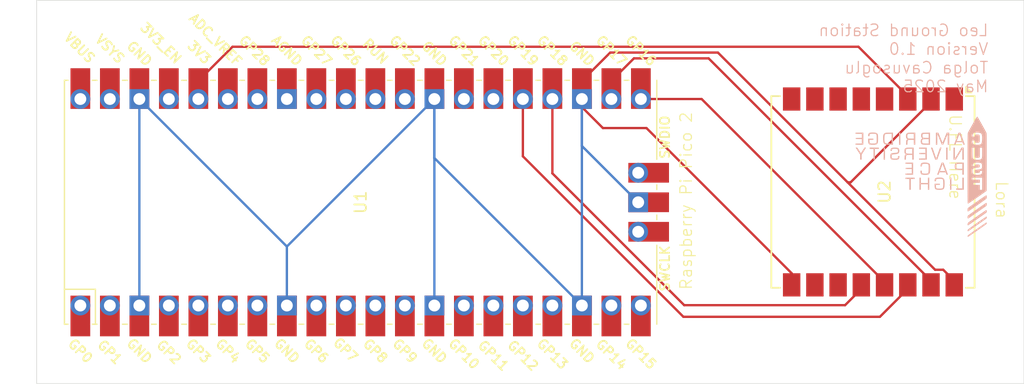
<source format=kicad_pcb>
(kicad_pcb (version 20240108) (generator "pcbnew") (generator_version "8.0")
  (layers (0 "F.Cu" signal) (31 "B.Cu" signal) (34 "B.Paste" user) (35 "F.Paste" user) (36 "B.SilkS" user "B.Silkscreen") (37 "F.SilkS" user "F.Silkscreen") (38 "B.Mask" user) (39 "F.Mask" user) (44 "Edge.Cuts" user))
  (net 0 "")
  (net 5 "Net-(U1-GPIO16)")
  (net 7 "Net-(U1-GPIO17)")
  (net 8 "Net-(U1-GPIO19)")
  (net 9 "Net-(U1-3V3)")
  (net 11 "Net-(U1-GPIO18)")
  (net 13 "Net-(U1-GND-Pad13)")
  (footprint "Leo_Ground_Library:RPi_Pico" (layer "F.Cu") (at 143.89 94.89 90)
    (property "Reference" "U1")
    (property "Value" "Pico")
  )
  (footprint "RF_Module:Ai-Thinker-Ra-01-LoRa" (layer "F.Cu") (at 188 94 -90)
    (property "Reference" "U2")
    (property "Value" "Ai-Thinker-Ra-01")
  )
  (gr_poly (pts (xy 195.446885 88.896812) (xy 195.360896 88.900781) (xy 195.170396 89.408781) (xy 195.035954 89.770929) (xy 194.994964 89.883915) (xy 194.979896 89.928687) (xy 194.979976 89.929299) (xy 194.980216 89.929895) (xy 194.980611 89.930474) (xy 194.981157 89.931036) (xy 194.98185 89.931579) (xy 194.982686 89.932103) (xy 194.983662 89.932607) (xy 194.984774 89.93309) (xy 194.986017 89.933552) (xy 194.987389 89.933992) (xy 194.9905 89.934803) (xy 194.994076 89.935517) (xy 194.998086 89.936128) (xy 195.002499 89.936631) (xy 195.007284 89.93702) (xy 195.01241 89.937288) (xy 195.017847 89.937431) (xy 195.023562 89.937441) (xy 195.029526 89.937314) (xy 195.035706 89.937044) (xy 195.042073 89.936625) (xy 195.105573 89.932656) (xy 195.143937 89.824177) (xy 195.183625 89.714375) (xy 195.703531 89.714375) (xy 195.743218 89.824177) (xy 195.782906 89.932656) (xy 195.845083 89.936625) (xy 195.852525 89.937043) (xy 195.859472 89.937307) (xy 195.865928 89.937415) (xy 195.871893 89.937369) (xy 195.87737 89.937167) (xy 195.88236 89.936811) (xy 195.886866 89.936299) (xy 195.890889 89.935632) (xy 195.894432 89.934811) (xy 195.897496 89.933834) (xy 195.900083 89.932702) (xy 195.902196 89.931416) (xy 195.903836 89.929974) (xy 195.905004 89.928377) (xy 195.905413 89.92752) (xy 195.905704 89.926625) (xy 195.905937 89.924718) (xy 195.89723 89.896198) (xy 195.872988 89.825789) (xy 195.794765 89.606324) (xy 195.663164 89.606324) (xy 195.663146 89.607085) (xy 195.663057 89.60782) (xy 195.662892 89.60853) (xy 195.662648 89.609216) (xy 195.662321 89.609878) (xy 195.661908 89.610517) (xy 195.661404 89.611132) (xy 195.660805 89.611724) (xy 195.660108 89.612295) (xy 195.659309 89.612843) (xy 195.658403 89.61337) (xy 195.657388 89.613876) (xy 195.656259 89.614362) (xy 195.655013 89.614827) (xy 195.653645 89.615272) (xy 195.652152 89.615698) (xy 195.650529 89.616106) (xy 195.648774 89.616494) (xy 195.64485 89.617218) (xy 195.640347 89.617873) (xy 195.635235 89.618463) (xy 195.629485 89.618991) (xy 195.623063 89.61946) (xy 195.615941 89.619874) (xy 195.608087 89.620236) (xy 195.599471 89.620549) (xy 195.590061 89.620818) (xy 195.579827 89.621044) (xy 195.568738 89.621233) (xy 195.543873 89.621509) (xy 195.515219 89.621672) (xy 195.482531 89.62175) (xy 195.445562 89.62177) (xy 195.219343 89.62177) (xy 195.249771 89.53975) (xy 195.356927 89.244739) (xy 195.387478 89.161829) (xy 195.413812 89.092438) (xy 195.433201 89.043635) (xy 195.439439 89.029163) (xy 195.442916 89.022489) (xy 195.443423 89.022362) (xy 195.444193 89.022962) (xy 195.446495 89.026274) (xy 195.449762 89.032288) (xy 195.453934 89.040865) (xy 195.464752 89.065161) (xy 195.47847 89.098061) (xy 195.494606 89.138464) (xy 195.51268 89.18527) (xy 195.532211 89.237378) (xy 195.552718 89.293687) (xy 195.661198 89.599281) (xy 195.661987 89.601208) (xy 195.662598 89.603022) (xy 195.662828 89.603887) (xy 195.663001 89.604726) (xy 195.663114 89.605538) (xy 195.663164 89.606324) (xy 195.794765 89.606324) (xy 195.78919 89.590682) (xy 195.677114 89.282153) (xy 195.559333 88.962958) (xy 195.532875 88.892843)) (stroke (width -0.000001)) (fill solid) (layer "B.SilkS"))
  (gr_poly (pts (xy 197.770254 96.632958) (xy 197.767304 96.63326) (xy 197.764178 96.633798) (xy 197.760873 96.634572) (xy 197.757386 96.63558) (xy 197.753714 96.636822) (xy 197.749853 96.638296) (xy 197.745799 96.640001) (xy 197.737101 96.644098) (xy 197.727593 96.649104) (xy 197.706424 96.662687) (xy 197.656962 96.696005) (xy 197.485996 96.81298) (xy 196.94575 97.186208) (xy 196.616798 97.416581) (xy 196.376896 97.587547) (xy 196.290725 97.650637) (xy 196.227282 97.698735) (xy 196.186721 97.731795) (xy 196.169198 97.74977) (xy 196.163444 97.759463) (xy 196.158578 97.769141) (xy 196.154588 97.778731) (xy 196.151462 97.788156) (xy 196.149189 97.79734) (xy 196.147757 97.806209) (xy 196.147154 97.814686) (xy 196.14737 97.822696) (xy 196.14778 97.826502) (xy 196.148391 97.830163) (xy 196.1492 97.83367) (xy 196.150207 97.837013) (xy 196.151409 97.840182) (xy 196.152805 97.843168) (xy 196.154395 97.845962) (xy 196.156175 97.848555) (xy 196.158146 97.850936) (xy 196.160305 97.853096) (xy 196.162651 97.855026) (xy 196.165182 97.856717) (xy 196.167898 97.858158) (xy 196.170796 97.859342) (xy 196.173876 97.860257) (xy 196.177135 97.860895) (xy 196.17889 97.861023) (xy 196.180927 97.860915) (xy 196.183241 97.860572) (xy 196.185827 97.859998) (xy 196.191797 97.858171) (xy 196.198798 97.855458) (xy 196.206791 97.851885) (xy 196.215737 97.847477) (xy 196.225599 97.842259) (xy 196.236336 97.836256) (xy 196.24791 97.829493) (xy 196.260283 97.821995) (xy 196.273415 97.813789) (xy 196.287268 97.804898) (xy 196.301803 97.795349) (xy 196.316982 97.785166) (xy 196.349114 97.762999) (xy 197.096562 97.244416) (xy 197.334067 97.079051) (xy 197.536101 96.936507) (xy 197.681085 96.832162) (xy 197.725439 96.79912) (xy 197.747437 96.781395) (xy 197.75476 96.774424) (xy 197.761372 96.767856) (xy 197.767305 96.761629) (xy 197.772593 96.755681) (xy 197.777269 96.74995) (xy 197.781365 96.744374) (xy 197.784915 96.738891) (xy 197.787951 96.733439) (xy 197.790507 96.727956) (xy 197.792615 96.72238) (xy 197.794309 96.71665) (xy 197.79562 96.710702) (xy 197.796583 96.704475) (xy 197.79723 96.697907) (xy 197.797594 96.690935) (xy 197.797708 96.683499) (xy 197.797502 96.673855) (xy 197.797239 96.669425) (xy 197.796866 96.665255) (xy 197.796378 96.661343) (xy 197.795772 96.65769) (xy 197.795045 96.654292) (xy 197.794194 96.65115) (xy 197.793215 96.648261) (xy 197.792104 96.645625) (xy 197.790859 96.643241) (xy 197.789476 96.641106) (xy 197.787951 96.639221) (xy 197.786282 96.637584) (xy 197.784464 96.636193) (xy 197.782494 96.635047) (xy 197.78037 96.634146) (xy 197.778087 96.633488) (xy 197.775642 96.633071) (xy 197.773033 96.632895)) (stroke (width -0.000001)) (fill solid) (layer "B.SilkS"))
  (gr_poly (pts (xy 193.418854 89.93927) (xy 193.537916 89.93927) (xy 193.540562 89.469635) (xy 193.544531 88.998677) (xy 193.736354 89.465666) (xy 193.928177 89.932656) (xy 193.989031 89.936625) (xy 194.048562 89.940593) (xy 194.240385 89.482864) (xy 194.430885 89.025135) (xy 194.434854 89.481541) (xy 194.4375 89.93927) (xy 194.494385 89.93927) (xy 194.50618 89.93909) (xy 194.517557 89.938568) (xy 194.52822 89.937736) (xy 194.537876 89.936625) (xy 194.54623 89.935265) (xy 194.549826 89.934503) (xy 194.552986 89.933689) (xy 194.555674 89.93283) (xy 194.557852 89.931927) (xy 194.559483 89.930986) (xy 194.560531 89.93001) (xy 194.561507 89.926598) (xy 194.562448 89.918029) (xy 194.56421 89.886498) (xy 194.565787 89.837574) (xy 194.567146 89.77341) (xy 194.569089 89.607983) (xy 194.569791 89.407458) (xy 194.569791 88.894166) (xy 194.35151 88.894166) (xy 194.172916 89.330729) (xy 194.103443 89.499297) (xy 194.045751 89.636488) (xy 194.005671 89.728286) (xy 193.994057 89.752783) (xy 193.990675 89.758915) (xy 193.989031 89.760677) (xy 193.973197 89.724338) (xy 193.933799 89.6307) (xy 193.877038 89.493902) (xy 193.809114 89.328083) (xy 193.634489 88.900781) (xy 193.52601 88.896812) (xy 193.418854 88.892843)) (stroke (width -0.000001)) (fill solid) (layer "B.SilkS"))
  (gr_poly (pts (xy 186.533734 90.176238) (xy 186.525298 90.177266) (xy 186.518831 90.178884) (xy 186.516447 90.179923) (xy 186.514689 90.181121) (xy 186.513602 90.182482) (xy 186.513229 90.18401) (xy 186.514221 90.186279) (xy 186.517131 90.191493) (xy 186.528319 90.210138) (xy 186.569453 90.275953) (xy 186.630431 90.371533) (xy 186.705052 90.486958) (xy 186.896875 90.781968) (xy 186.896875 91.222499) (xy 187.029167 91.222499) (xy 187.029167 90.78726) (xy 187.214375 90.494895) (xy 187.286288 90.380194) (xy 187.345178 90.284717) (xy 187.384969 90.218261) (xy 187.395803 90.198978) (xy 187.399583 90.190624) (xy 187.399499 90.189888) (xy 187.399248 90.189168) (xy 187.398836 90.188464) (xy 187.398266 90.187777) (xy 187.397543 90.187108) (xy 187.396671 90.186456) (xy 187.395655 90.185823) (xy 187.394498 90.185209) (xy 187.393207 90.184614) (xy 187.391783 90.184039) (xy 187.390233 90.183484) (xy 187.388561 90.182951) (xy 187.384865 90.181947) (xy 187.380732 90.181033) (xy 187.376195 90.180212) (xy 187.371291 90.179488) (xy 187.366052 90.178865) (xy 187.360516 90.178346) (xy 187.354716 90.177936) (xy 187.348687 90.177638) (xy 187.342465 90.177457) (xy 187.336083 90.177395) (xy 187.272584 90.177395) (xy 187.116479 90.422135) (xy 186.960375 90.666875) (xy 186.818823 90.443302) (xy 186.762372 90.354088) (xy 186.713486 90.278268) (xy 186.67725 90.22378) (xy 186.665465 90.207016) (xy 186.65875 90.198562) (xy 186.656936 90.196726) (xy 186.6545 90.19494) (xy 186.651486 90.193208) (xy 186.647939 90.191534) (xy 186.639426 90.188377) (xy 186.629315 90.185498) (xy 186.617964 90.18293) (xy 186.60573 90.180703) (xy 186.592968 90.178847) (xy 186.580036 90.177395) (xy 186.56729 90.176377) (xy 186.555087 90.175824) (xy 186.543783 90.175768)) (stroke (width -0.000001)) (fill solid) (layer "B.SilkS"))
  (gr_poly (pts (xy 197.749121 94.941134) (xy 197.745604 94.941741) (xy 197.738177 94.943864) (xy 197.484321 95.115078) (xy 196.959475 95.480141) (xy 196.435373 95.848925) (xy 196.18375 96.031301) (xy 196.179867 96.035833) (xy 196.176158 96.040966) (xy 196.172627 96.046658) (xy 196.169278 96.052868) (xy 196.163138 96.066674) (xy 196.157767 96.082047) (xy 196.153194 96.098653) (xy 196.149449 96.116156) (xy 196.146561 96.134222) (xy 196.144558 96.152513) (xy 196.14347 96.170697) (xy 196.143326 96.188436) (xy 196.144154 96.205397) (xy 196.145985 96.221243) (xy 196.148846 96.23564) (xy 196.150672 96.24219) (xy 196.152767 96.248252) (xy 196.155134 96.253784) (xy 196.157777 96.258744) (xy 196.1607 96.26309) (xy 196.163906 96.266781) (xy 196.169106 96.27211) (xy 196.171539 96.274487) (xy 196.173882 96.276669) (xy 196.176153 96.278652) (xy 196.178367 96.280434) (xy 196.180543 96.282011) (xy 196.182696 96.283379) (xy 196.184843 96.284537) (xy 196.187001 96.285479) (xy 196.189186 96.286205) (xy 196.191416 96.28671) (xy 196.193707 96.286991) (xy 196.196076 96.287045) (xy 196.198539 96.286868) (xy 196.201113 96.286459) (xy 196.203815 96.285813) (xy 196.206662 96.284928) (xy 196.20967 96.2838) (xy 196.212857 96.282426) (xy 196.216237 96.280803) (xy 196.21983 96.278927) (xy 196.223651 96.276797) (xy 196.227716 96.274408) (xy 196.232043 96.271757) (xy 196.236649 96.268842) (xy 196.246761 96.262205) (xy 196.258188 96.25447) (xy 196.271062 96.245614) (xy 197.037031 95.714628) (xy 197.731562 95.228291) (xy 197.740589 95.22059) (xy 197.748838 95.212819) (xy 197.756334 95.204909) (xy 197.759809 95.200879) (xy 197.763105 95.196789) (xy 197.766228 95.192629) (xy 197.769179 95.18839) (xy 197.771963 95.184064) (xy 197.774583 95.179643) (xy 197.777042 95.175116) (xy 197.779343 95.170477) (xy 197.78149 95.165715) (xy 197.783487 95.160822) (xy 197.785336 95.15579) (xy 197.787041 95.15061) (xy 197.788606 95.145272) (xy 197.790034 95.139769) (xy 197.791328 95.134092) (xy 197.792492 95.128231) (xy 197.794442 95.115926) (xy 197.795912 95.102783) (xy 197.796928 95.088734) (xy 197.797517 95.073707) (xy 197.797708 95.057635) (xy 197.79749 95.041155) (xy 197.796832 95.025942) (xy 197.795728 95.011992) (xy 197.794173 94.999302) (xy 197.792161 94.987868) (xy 197.789685 94.977686) (xy 197.786741 94.968752) (xy 197.783321 94.961062) (xy 197.781432 94.957682) (xy 197.779421 94.954612) (xy 197.777289 94.951851) (xy 197.775035 94.949399) (xy 197.772658 94.947254) (xy 197.770156 94.945418) (xy 197.767531 94.943888) (xy 197.76478 94.942665) (xy 197.761903 94.941748) (xy 197.758899 94.941137) (xy 197.755768 94.940832) (xy 197.752509 94.94083)) (stroke (width -0.000001)) (fill solid) (layer "B.SilkS"))
  (gr_poly (pts (xy 188.983114 90.180041) (xy 188.927552 90.18401) (xy 188.923583 90.703916) (xy 188.920937 91.222499) (xy 189.04 91.222499) (xy 189.04 90.176073)) (stroke (width -0.000001)) (fill solid) (layer "B.SilkS"))
  (gr_poly (pts (xy 193.657461 92.764323) (xy 193.604587 92.765852) (xy 193.557523 92.768505) (xy 193.515902 92.772503) (xy 193.479359 92.778067) (xy 193.447527 92.785417) (xy 193.433263 92.789831) (xy 193.420039 92.794775) (xy 193.40781 92.800276) (xy 193.39653 92.806361) (xy 193.386153 92.813059) (xy 193.376633 92.820397) (xy 193.367924 92.828403) (xy 193.359982 92.837104) (xy 193.352759 92.846527) (xy 193.34621 92.856701) (xy 193.34029 92.867653) (xy 193.334952 92.879411) (xy 193.325841 92.905454) (xy 193.318511 92.935051) (xy 193.312596 92.968423) (xy 193.307729 93.005791) (xy 193.298469 93.074583) (xy 193.432083 93.074583) (xy 193.432083 93.021666) (xy 193.43219 93.015844) (xy 193.432502 93.009819) (xy 193.433007 93.003635) (xy 193.433695 92.997337) (xy 193.434554 92.990969) (xy 193.435571 92.984575) (xy 193.436736 92.978201) (xy 193.438036 92.971891) (xy 193.439461 92.96569) (xy 193.440997 92.959641) (xy 193.442635 92.953791) (xy 193.444362 92.948182) (xy 193.446166 92.94286) (xy 193.448036 92.93787) (xy 193.44996 92.933256) (xy 193.451927 92.929062) (xy 193.454346 92.924588) (xy 193.456909 92.920342) (xy 193.459643 92.916316) (xy 193.462575 92.912505) (xy 193.465733 92.908903) (xy 193.469144 92.905505) (xy 193.472836 92.902305) (xy 193.476835 92.899296) (xy 193.48117 92.896474) (xy 193.485867 92.893831) (xy 193.490954 92.891364) (xy 193.496459 92.889064) (xy 193.502409 92.886928) (xy 193.50883 92.884948) (xy 193.515751 92.88312) (xy 193.523199 92.881437) (xy 193.531201 92.879893) (xy 193.539785 92.878484) (xy 193.548978 92.877202) (xy 193.558807 92.876042) (xy 193.5693 92.874998) (xy 193.580483 92.874065) (xy 193.592386 92.873237) (xy 193.605034 92.872507) (xy 193.632677 92.871321) (xy 193.663632 92.870461) (xy 193.698118 92.869879) (xy 193.736354 92.869531) (xy 193.788186 92.869763) (xy 193.833823 92.870771) (xy 193.873674 92.873019) (xy 193.891557 92.874753) (xy 193.908147 92.876972) (xy 193.923495 92.879733) (xy 193.937651 92.883096) (xy 193.950668 92.887117) (xy 193.962596 92.891855) (xy 193.973486 92.897368) (xy 193.98339 92.903715) (xy 193.992358 92.910952) (xy 194.000441 92.91914) (xy 194.007692 92.928335) (xy 194.01416 92.938596) (xy 194.019897 92.949981) (xy 194.024954 92.962548) (xy 194.029382 92.976356) (xy 194.033233 92.991461) (xy 194.036557 93.007923) (xy 194.039405 93.0258) (xy 194.04388 93.06603) (xy 194.047066 93.112617) (xy 194.049373 93.166024) (xy 194.051208 93.226718) (xy 194.052639 93.313509) (xy 194.051994 93.391215) (xy 194.049301 93.459681) (xy 194.044594 93.518752) (xy 194.041494 93.544716) (xy 194.037901 93.568273) (xy 194.033821 93.589405) (xy 194.029256 93.60809) (xy 194.02421 93.624311) (xy 194.018688 93.638047) (xy 194.012693 93.649279) (xy 194.006229 93.657989) (xy 194.002619 93.66176) (xy 193.998731 93.665386) (xy 193.994557 93.668867) (xy 193.99009 93.672205) (xy 193.985323 93.675402) (xy 193.980248 93.678458) (xy 193.974858 93.681377) (xy 193.969146 93.684158) (xy 193.963104 93.686803) (xy 193.956726 93.689314) (xy 193.942931 93.69394) (xy 193.927701 93.698046) (xy 193.910979 93.701645) (xy 193.892707 93.704748) (xy 193.872826 93.707366) (xy 193.851279 93.709511) (xy 193.828007 93.711195) (xy 193.802953 93.712429) (xy 193.776057 93.713226) (xy 193.747262 93.713596) (xy 193.71651 93.713551) (xy 193.654563 93.712779) (xy 193.627222 93.711781) (xy 193.602181 93.710347) (xy 193.57935 93.708456) (xy 193.558636 93.706087) (xy 193.53995 93.703217) (xy 193.523199 93.699826) (xy 193.508293 93.695893) (xy 193.495141 93.691395) (xy 193.483652 93.686313) (xy 193.473734 93.680623) (xy 193.465297 93.674306) (xy 193.45825 93.66734) (xy 193.4525 93.659703) (xy 193.447958 93.651374) (xy 193.444304 93.642105) (xy 193.440804 93.630859) (xy 193.437485 93.617923) (xy 193.434378 93.603584) (xy 193.431511 93.588129) (xy 193.428913 93.571844) (xy 193.424642 93.537934) (xy 193.421797 93.504148) (xy 193.420982 93.488019) (xy 193.420611 93.472781) (xy 193.420713 93.458721) (xy 193.421316 93.446126) (xy 193.422451 93.435283) (xy 193.424146 93.426479) (xy 193.432083 93.392083) (xy 193.764135 93.392083) (xy 193.760166 93.343135) (xy 193.756198 93.292864) (xy 193.306406 93.292864) (xy 193.309052 93.446323) (xy 193.309887 93.489283) (xy 193.311455 93.528501) (xy 193.313836 93.564173) (xy 193.317113 93.596494) (xy 193.321367 93.625661) (xy 193.326679 93.651868) (xy 193.33313 93.675312) (xy 193.340802 93.696188) (xy 193.349776 93.714693) (xy 193.360134 93.731021) (xy 193.371957 93.745368) (xy 193.385326 93.757931) (xy 193.400323 93.768905) (xy 193.41703 93.778486) (xy 193.435527 93.786869) (xy 193.455895 93.79425) (xy 193.472046 93.798789) (xy 193.491462 93.802973) (xy 193.51375 93.806784) (xy 193.538516 93.810207) (xy 193.59391 93.81583) (xy 193.654498 93.819716) (xy 193.717133 93.821741) (xy 193.778667 93.821783) (xy 193.835953 93.819716) (xy 193.862019 93.817853) (xy 193.885844 93.815416) (xy 193.920705 93.810473) (xy 193.95247 93.804456) (xy 193.981297 93.797191) (xy 193.994658 93.793035) (xy 194.007345 93.788503) (xy 194.019377 93.783571) (xy 194.030773 93.778219) (xy 194.041555 93.772423) (xy 194.05174 93.766163) (xy 194.061351 93.759417) (xy 194.070405 93.752162) (xy 194.078924 93.744378) (xy 194.086927 93.736041) (xy 194.094434 93.727131) (xy 194.101464 93.717626) (xy 194.108038 93.707503) (xy 194.114176 93.696741) (xy 194.119897 93.685319) (xy 194.125221 93.673214) (xy 194.130168 93.660404) (xy 194.134759 93.646868) (xy 194.139012 93.632584) (xy 194.142947 93.617531) (xy 194.149946 93.585027) (xy 194.155914 93.549182) (xy 194.16101 93.509822) (xy 194.166245 93.448286) (xy 194.169154 93.373479) (xy 194.169893 93.290859) (xy 194.168617 93.205882) (xy 194.16548 93.124006) (xy 194.160638 93.050688) (xy 194.154246 92.991384) (xy 194.150517 92.968693) (xy 194.146458 92.951551) (xy 194.141797 92.937806) (xy 194.136265 92.924372) (xy 194.129892 92.911284) (xy 194.122708 92.898573) (xy 194.11474 92.886273) (xy 194.106019 92.874417) (xy 194.096573 92.863037) (xy 194.086431 92.852167) (xy 194.075622 92.84184) (xy 194.064176 92.832089) (xy 194.052122 92.822945) (xy 194.039488 92.814444) (xy 194.026304 92.806616) (xy 194.012598 92.799496) (xy 193.9984 92.793117) (xy 193.983739 92.78751) (xy 193.973544 92.78419) (xy 193.963195 92.781169) (xy 193.952541 92.778435) (xy 193.941427 92.775976) (xy 193.9297 92.77378) (xy 193.917209 92.771837) (xy 193.903798 92.770133) (xy 193.889316 92.768658) (xy 193.87361 92.767401) (xy 193.856525 92.766348) (xy 193.83791 92.76549) (xy 193.81761 92.764814) (xy 193.771347 92.763961) (xy 193.71651 92.763697)) (stroke (width -0.000001)) (fill solid) (layer "B.SilkS"))
  (gr_poly (pts (xy 192.594677 88.896812) (xy 192.44064 88.900161) (xy 192.382597 88.902254) (xy 192.335716 88.90475) (xy 192.298881 88.907742) (xy 192.270976 88.911323) (xy 192.250884 88.915586) (xy 192.243419 88.918003) (xy 192.23749 88.920625) (xy 192.231998 88.923485) (xy 192.226683 88.926609) (xy 192.221546 88.929997) (xy 192.216586 88.93365) (xy 192.211803 88.937567) (xy 192.207195 88.941748) (xy 192.202762 88.946195) (xy 192.198505 88.950907) (xy 192.194422 88.955884) (xy 192.190512 88.961128) (xy 192.186777 88.966637) (xy 192.183214 88.972412) (xy 192.179823 88.978454) (xy 192.176605 88.984762) (xy 192.173558 88.991338) (xy 192.170682 88.998181) (xy 192.167977 89.005291) (xy 192.165441 89.012668) (xy 192.163076 89.020314) (xy 192.160879 89.028228) (xy 192.158851 89.03641) (xy 192.156991 89.044861) (xy 192.155299 89.053581) (xy 192.153774 89.062569) (xy 192.151223 89.081355) (xy 192.149335 89.101221) (xy 192.148105 89.122168) (xy 192.147531 89.144197) (xy 192.147536 89.165513) (xy 192.148068 89.185366) (xy 192.149159 89.203842) (xy 192.150838 89.22103) (xy 192.153138 89.237016) (xy 192.156089 89.251889) (xy 192.159722 89.265734) (xy 192.164068 89.278639) (xy 192.169158 89.290691) (xy 192.175023 89.301979) (xy 192.181694 89.312587) (xy 192.189203 89.322605) (xy 192.19758 89.332119) (xy 192.206856 89.341216) (xy 192.217062 89.349984) (xy 192.228229 89.35851) (xy 192.266594 89.387614) (xy 192.22426 89.408781) (xy 192.215959 89.413274) (xy 192.207928 89.418308) (xy 192.200171 89.423866) (xy 192.192694 89.429932) (xy 192.185503 89.436488) (xy 192.178603 89.443517) (xy 192.172001 89.451003) (xy 192.165701 89.458928) (xy 192.159709 89.467275) (xy 192.15403 89.476028) (xy 192.148671 89.48517) (xy 192.143637 89.494683) (xy 192.138934 89.50455) (xy 192.134566 89.514756) (xy 192.13054 89.525282) (xy 192.126861 89.536112) (xy 192.123534 89.547228) (xy 192.120566 89.558615) (xy 192.117962 89.570254) (xy 192.115727 89.582129) (xy 192.113867 89.594224) (xy 192.112388 89.60652) (xy 192.111294 89.619001) (xy 192.110593 89.631651) (xy 192.110288 89.644452) (xy 192.110387 89.657386) (xy 192.110894 89.670439) (xy 192.111815 89.683591) (xy 192.113155 89.696827) (xy 192.114921 89.710129) (xy 192.117117 89.72348) (xy 192.11975 89.736864) (xy 192.123353 89.75295) (xy 192.127243 89.76801) (xy 192.131458 89.7821) (xy 192.136038 89.795279) (xy 192.141021 89.807606) (xy 192.146446 89.819138) (xy 192.152351 89.829934) (xy 192.158776 89.840052) (xy 192.165759 89.849549) (xy 192.173338 89.858485) (xy 192.181554 89.866916) (xy 192.190443 89.874902) (xy 192.200046 89.882501) (xy 192.210401 89.88977) (xy 192.221546 89.896767) (xy 192.233521 89.903552) (xy 192.242752 89.90824) (xy 192.251874 89.912406) (xy 192.261301 89.916089) (xy 192.26626 89.91776) (xy 192.271451 89.919323) (xy 192.276928 89.920784) (xy 192.282741 89.922147) (xy 192.288943 89.923416) (xy 192.295587 89.924597) (xy 192.310405 89.926709) (xy 192.327613 89.928522) (xy 192.347627 89.93007) (xy 192.370864 89.931392) (xy 192.39774 89.932524) (xy 192.428672 89.933503) (xy 192.464076 89.934366) (xy 192.50437 89.935149) (xy 192.601292 89.936625) (xy 192.916146 89.941916) (xy 192.916146 89.837406) (xy 192.797083 89.837406) (xy 192.558958 89.830791) (xy 192.487286 89.828828) (xy 192.430573 89.82674) (xy 192.386666 89.82428) (xy 192.35341 89.8212) (xy 192.340102 89.81935) (xy 192.328649 89.817252) (xy 192.318781 89.814875) (xy 192.310229 89.812188) (xy 192.302724 89.809159) (xy 192.295995 89.805759) (xy 192.289774 89.801956) (xy 192.283792 89.797718) (xy 192.279638 89.794356) (xy 192.275614 89.790724) (xy 192.271725 89.786832) (xy 192.267979 89.782691) (xy 192.264379 89.778309) (xy 192.260932 89.773697) (xy 192.257645 89.768863) (xy 192.254522 89.763819) (xy 192.25157 89.758572) (xy 192.248794 89.753134) (xy 192.2462 89.747514) (xy 192.243794 89.741722) (xy 192.241582 89.735766) (xy 192.239569 89.729658) (xy 192.237762 89.723406) (xy 192.236167 89.71702) (xy 192.233992 89.704423) (xy 192.232415 89.690596) (xy 192.231411 89.675764) (xy 192.230958 89.660156) (xy 192.231031 89.643997) (xy 192.231609 89.627514) (xy 192.232667 89.610935) (xy 192.234182 89.594485) (xy 192.236132 89.578392) (xy 192.238492 89.562883) (xy 192.24124 89.548183) (xy 192.244352 89.53452) (xy 192.247805 89.522121) (xy 192.251577 89.511211) (xy 192.255642 89.502019) (xy 192.259979 89.49477) (xy 192.26231 89.491972) (xy 192.265094 89.48928) (xy 192.268343 89.486695) (xy 192.272066 89.484213) (xy 192.276276 89.481834) (xy 192.280984 89.479556) (xy 192.2862 89.477378) (xy 192.291936 89.475299) (xy 192.298203 89.473316) (xy 192.305012 89.471429) (xy 192.320301 89.467935) (xy 192.337892 89.464805) (xy 192.357875 89.462028) (xy 192.380338 89.459592) (xy 192.405371 89.457486) (xy 192.433062 89.455697) (xy 192.463501 89.454215) (xy 192.496778 89.453027) (xy 192.53298 89.452122) (xy 192.572198 89.451488) (xy 192.614521 89.451114) (xy 192.797083 89.449791) (xy 192.797083 89.837406) (xy 192.916146 89.837406) (xy 192.916146 89.343958) (xy 192.797083 89.343958) (xy 192.58674 89.343958) (xy 192.543874 89.343658) (xy 192.50228 89.3428) (xy 192.46298 89.341446) (xy 192.426997 89.339658) (xy 192.395356 89.337498) (xy 192.369078 89.335028) (xy 192.349188 89.33231) (xy 192.341958 89.330877) (xy 192.336708 89.329406) (xy 192.33208 89.3277) (xy 192.327622 89.325804) (xy 192.323331 89.323714) (xy 192.319206 89.321427) (xy 192.315245 89.318938) (xy 192.311448 89.316244) (xy 192.307813 89.31334) (xy 192.304338 89.310224) (xy 192.301022 89.30689) (xy 192.297864 89.303335) (xy 192.294861 89.299556) (xy 192.292013 89.295547) (xy 192.289319 89.291307) (xy 192.286775 89.28683) (xy 192.284382 89.282112) (xy 192.282138 89.277151) (xy 192.280041 89.271941) (xy 192.27809 89.266479) (xy 192.276283 89.260762) (xy 192.274619 89.254785) (xy 192.273097 89.248544) (xy 192.271714 89.242036) (xy 192.27047 89.235257) (xy 192.269364 89.228203) (xy 192.268393 89.220869) (xy 192.267556 89.213253) (xy 192.266851 89.205349) (xy 192.266279 89.197156) (xy 192.265521 89.17988) (xy 192.265271 89.161395) (xy 192.265475 89.144878) (xy 192.2661 89.129527) (xy 192.267163 89.115299) (xy 192.268681 89.102154) (xy 192.270673 89.090046) (xy 192.273154 89.078935) (xy 192.276143 89.068778) (xy 192.279658 89.059531) (xy 192.283714 89.051152) (xy 192.288331 89.043599) (xy 192.293526 89.036829) (xy 192.299315 89.030799) (xy 192.305717 89.025466) (xy 192.312748 89.020789) (xy 192.320427 89.016724) (xy 192.328771 89.013229) (xy 192.333323 89.011772) (xy 192.339951 89.010381) (xy 192.348528 89.00906) (xy 192.358929 89.007813) (xy 192.384698 89.005555) (xy 192.416249 89.003638) (xy 192.452575 89.002093) (xy 192.492668 89.00095) (xy 192.53552 89.000243) (xy 192.580125 89) (xy 192.797083 89) (xy 192.797083 89.343958) (xy 192.916146 89.343958) (xy 192.916146 88.891521)) (stroke (width -0.000001)) (fill solid) (layer "B.SilkS"))
  (gr_poly (pts (xy 193.752229 90.24751) (xy 193.731269 90.304953) (xy 193.69369 90.411386) (xy 193.58951 90.709208) (xy 193.535725 90.862335) (xy 193.490622 90.987682) (xy 193.458914 91.072349) (xy 193.449555 91.095396) (xy 193.445312 91.103437) (xy 193.443898 91.101424) (xy 193.441191 91.095518) (xy 193.432187 91.072824) (xy 193.418872 91.036953) (xy 193.401821 90.989501) (xy 193.358806 90.866242) (xy 193.307729 90.715823) (xy 193.20636 90.421804) (xy 193.169133 90.315475) (xy 193.147656 90.25677) (xy 193.138365 90.232746) (xy 193.134366 90.223011) (xy 193.130624 90.214644) (xy 193.127005 90.207532) (xy 193.125201 90.204413) (xy 193.123379 90.201564) (xy 193.121521 90.198974) (xy 193.119613 90.196627) (xy 193.117636 90.19451) (xy 193.115575 90.192609) (xy 193.113414 90.190909) (xy 193.111135 90.189397) (xy 193.108723 90.188058) (xy 193.10616 90.186878) (xy 193.103431 90.185844) (xy 193.100518 90.184941) (xy 193.097406 90.184155) (xy 193.094078 90.183472) (xy 193.086708 90.182361) (xy 193.078275 90.181493) (xy 193.057698 90.180041) (xy 193.045151 90.179292) (xy 193.033472 90.179008) (xy 193.022909 90.179158) (xy 193.013711 90.17971) (xy 193.009701 90.180128) (xy 193.006125 90.180635) (xy 193.003014 90.181228) (xy 193.000399 90.181902) (xy 192.998311 90.182653) (xy 192.996782 90.183478) (xy 192.995841 90.184372) (xy 192.995601 90.184845) (xy 192.995521 90.185333) (xy 192.999239 90.198185) (xy 193.009887 90.230353) (xy 193.048933 90.344083) (xy 193.17676 90.709208) (xy 193.359323 91.222499) (xy 193.447958 91.222499) (xy 193.483222 91.222251) (xy 193.511789 91.221507) (xy 193.522708 91.220949) (xy 193.53093 91.220267) (xy 193.536113 91.219461) (xy 193.537458 91.219011) (xy 193.537916 91.218531) (xy 193.552055 91.177355) (xy 193.590502 91.06871) (xy 193.71651 90.7145) (xy 193.842518 90.355989) (xy 193.880965 90.242714) (xy 193.891445 90.209952) (xy 193.895104 90.195916) (xy 193.895054 90.194699) (xy 193.894901 90.193528) (xy 193.894645 90.192403) (xy 193.894285 90.191322) (xy 193.893819 90.190286) (xy 193.893247 90.189295) (xy 193.892566 90.188346) (xy 193.891776 90.187441) (xy 193.890876 90.186579) (xy 193.889864 90.185759) (xy 193.888739 90.18498) (xy 193.8875 90.184243) (xy 193.886146 90.183546) (xy 193.884675 90.182889) (xy 193.883086 90.182272) (xy 193.881379 90.181695) (xy 193.879551 90.181156) (xy 193.877602 90.180656) (xy 193.875531 90.180193) (xy 193.873335 90.179767) (xy 193.871015 90.179379) (xy 193.868568 90.179026) (xy 193.865994 90.17871) (xy 193.863292 90.178429) (xy 193.86046 90.178183) (xy 193.857496 90.177971) (xy 193.8544 90.177793) (xy 193.851171 90.177649) (xy 193.844308 90.177458) (xy 193.836896 90.177395) (xy 193.777364 90.177395)) (stroke (width -0.000001)) (fill solid) (layer "B.SilkS"))
  (gr_poly (pts (xy 189.829109 90.184409) (xy 189.783249 90.185715) (xy 189.742191 90.188091) (xy 189.705655 90.191699) (xy 189.673358 90.196703) (xy 189.64502 90.203265) (xy 189.632248 90.207181) (xy 189.62036 90.211547) (xy 189.609322 90.216384) (xy 189.599098 90.221713) (xy 189.589652 90.227553) (xy 189.580951 90.233926) (xy 189.572959 90.24085) (xy 189.56564 90.248347) (xy 189.558959 90.256437) (xy 189.552882 90.265141) (xy 189.547374 90.274478) (xy 189.542398 90.284469) (xy 189.533906 90.306495) (xy 189.527125 90.331381) (xy 189.521774 90.35929) (xy 189.517573 90.390385) (xy 189.508313 90.468437) (xy 189.571812 90.468437) (xy 189.592013 90.468308) (xy 189.60027 90.468071) (xy 189.607407 90.467652) (xy 189.613506 90.467) (xy 189.618647 90.466065) (xy 189.620884 90.465476) (xy 189.622912 90.464797) (xy 189.624742 90.464022) (xy 189.626383 90.463146) (xy 189.627846 90.46216) (xy 189.62914 90.46106) (xy 189.630277 90.459838) (xy 189.631266 90.458489) (xy 189.632118 90.457007) (xy 189.632842 90.455384) (xy 189.633449 90.453615) (xy 189.633948 90.451694) (xy 189.634667 90.447368) (xy 189.63508 90.442356) (xy 189.635268 90.436608) (xy 189.635313 90.430072) (xy 189.635605 90.417628) (xy 189.636478 90.405614) (xy 189.63792 90.394057) (xy 189.639922 90.382985) (xy 189.642474 90.372424) (xy 189.645568 90.362402) (xy 189.649192 90.352946) (xy 189.653337 90.344083) (xy 189.657994 90.33584) (xy 189.663153 90.328244) (xy 189.668804 90.321323) (xy 189.674938 90.315103) (xy 189.681545 90.309611) (xy 189.688614 90.304876) (xy 189.696137 90.300923) (xy 189.704104 90.297781) (xy 189.716534 90.294322) (xy 189.733092 90.291383) (xy 189.753197 90.288956) (xy 189.776265 90.287032) (xy 189.828957 90.284665) (xy 189.886501 90.284221) (xy 189.944231 90.285637) (xy 189.997481 90.288851) (xy 190.020968 90.291113) (xy 190.041585 90.293802) (xy 190.058748 90.296909) (xy 190.071875 90.300427) (xy 190.077224 90.302354) (xy 190.082359 90.304418) (xy 190.087282 90.306626) (xy 190.091998 90.308982) (xy 190.096508 90.311492) (xy 190.100815 90.314161) (xy 190.104923 90.316996) (xy 190.108834 90.320002) (xy 190.112551 90.323184) (xy 190.116078 90.326548) (xy 190.119416 90.330099) (xy 190.12257 90.333843) (xy 190.125541 90.337786) (xy 190.128333 90.341934) (xy 190.130949 90.346291) (xy 190.133391 90.350863) (xy 190.135662 90.355656) (xy 190.137767 90.360676) (xy 190.139706 90.365928) (xy 190.141483 90.371417) (xy 190.143102 90.37715) (xy 190.144565 90.383131) (xy 190.145874 90.389367) (xy 190.147033 90.395863) (xy 190.148046 90.402624) (xy 190.148913 90.409656) (xy 190.149639 90.416965) (xy 190.150227 90.424556) (xy 190.150998 90.440607) (xy 190.15125 90.457854) (xy 190.150973 90.483636) (xy 190.149958 90.506543) (xy 190.14909 90.516979) (xy 190.147937 90.526768) (xy 190.146463 90.535935) (xy 190.144636 90.544505) (xy 190.142421 90.552501) (xy 190.139785 90.559947) (xy 190.136693 90.566868) (xy 190.133112 90.573288) (xy 190.129008 90.579232) (xy 190.124346 90.584723) (xy 190.119094 90.589786) (xy 190.113216 90.594445) (xy 190.10668 90.598724) (xy 190.099451 90.602647) (xy 190.091495 90.606239) (xy 190.082779 90.609524) (xy 190.073268 90.612526) (xy 190.062928 90.615269) (xy 190.051727 90.617778) (xy 190.039629 90.620076) (xy 190.012608 90.624139) (xy 189.981596 90.627652) (xy 189.94632 90.630808) (xy 189.90651 90.633802) (xy 189.840426 90.639034) (xy 189.781779 90.64453) (xy 189.730131 90.650615) (xy 189.685046 90.657614) (xy 189.646084 90.665854) (xy 189.612807 90.67566) (xy 189.598164 90.681251) (xy 189.584779 90.687357) (xy 189.572595 90.694016) (xy 189.56156 90.70127) (xy 189.551617 90.70916) (xy 189.542713 90.717727) (xy 189.534792 90.72701) (xy 189.5278 90.737051) (xy 189.521682 90.747891) (xy 189.516383 90.759569) (xy 189.511848 90.772128) (xy 189.508023 90.785606) (xy 189.502284 90.815488) (xy 189.498727 90.84954) (xy 189.496913 90.888088) (xy 189.496406 90.931458) (xy 189.496631 90.97313) (xy 189.497461 91.006864) (xy 189.498175 91.02122) (xy 189.499127 91.034149) (xy 189.500347 91.045839) (xy 189.501863 91.056474) (xy 189.503705 91.06624) (xy 189.505902 91.075325) (xy 189.508482 91.083914) (xy 189.511475 91.092192) (xy 189.51491 91.100347) (xy 189.518816 91.108563) (xy 189.528156 91.125927) (xy 189.532638 91.133544) (xy 189.537176 91.140777) (xy 189.541801 91.147635) (xy 189.546548 91.154129) (xy 189.551447 91.160269) (xy 189.556532 91.166067) (xy 189.561835 91.171531) (xy 189.567389 91.176673) (xy 189.573225 91.181503) (xy 189.579377 91.186031) (xy 189.585877 91.190268) (xy 189.592757 91.194225) (xy 189.60005 91.197911) (xy 189.607788 91.201337) (xy 189.616003 91.204514) (xy 189.624729 91.207451) (xy 189.633997 91.21016) (xy 189.643841 91.212651) (xy 189.654292 91.214934) (xy 189.665383 91.217019) (xy 189.677146 91.218918) (xy 189.689615 91.22064) (xy 189.70282 91.222195) (xy 189.716796 91.223595) (xy 189.731573 91.22485) (xy 189.747186 91.225969) (xy 189.781045 91.227846) (xy 189.818632 91.229307) (xy 189.860208 91.230437) (xy 189.907371 91.231551) (xy 189.949774 91.231905) (xy 189.987619 91.231484) (xy 190.021108 91.230272) (xy 190.050442 91.228254) (xy 190.075823 91.225414) (xy 190.097452 91.221737) (xy 190.115531 91.217208) (xy 190.135046 91.211222) (xy 190.1442 91.207998) (xy 190.152963 91.204604) (xy 190.161345 91.201025) (xy 190.169356 91.19725) (xy 190.177005 91.193264) (xy 190.184302 91.189054) (xy 190.191256 91.184609) (xy 190.197876 91.179914) (xy 190.204172 91.174956) (xy 190.210153 91.169722) (xy 190.215829 91.1642) (xy 190.22121 91.158376) (xy 190.226304 91.152237) (xy 190.231121 91.14577) (xy 190.235671 91.138962) (xy 190.239962 91.1318) (xy 190.244006 91.124271) (xy 190.24781 91.116361) (xy 190.251384 91.108058) (xy 190.254739 91.099349) (xy 190.257882 91.09022) (xy 190.260825 91.080658) (xy 190.263575 91.070651) (xy 190.266143 91.060185) (xy 190.27077 91.037824) (xy 190.27478 91.01347) (xy 190.27825 90.987021) (xy 190.287511 90.905) (xy 190.15125 90.905) (xy 190.15125 90.971145) (xy 190.150999 90.98743) (xy 190.15023 91.002575) (xy 190.148922 91.016619) (xy 190.147054 91.029602) (xy 190.144605 91.041561) (xy 190.141553 91.052536) (xy 190.137877 91.062565) (xy 190.133556 91.071687) (xy 190.128568 91.079941) (xy 190.125818 91.083755) (xy 190.122893 91.087366) (xy 190.11979 91.090779) (xy 190.116508 91.094) (xy 190.109392 91.099882) (xy 190.101525 91.105051) (xy 190.092884 91.109545) (xy 190.083449 91.113404) (xy 190.073198 91.116666) (xy 190.058817 91.119892) (xy 190.040378 91.122627) (xy 190.018474 91.124878) (xy 189.993699 91.12665) (xy 189.937904 91.128782) (xy 189.877737 91.129069) (xy 189.817942 91.127557) (xy 189.763263 91.124294) (xy 189.739325 91.122019) (xy 189.718444 91.119325) (xy 189.701215 91.116215) (xy 189.688229 91.112697) (xy 189.682753 91.110701) (xy 189.677484 91.108432) (xy 189.672423 91.105889) (xy 189.667569 91.10307) (xy 189.66292 91.099974) (xy 189.658475 91.096599) (xy 189.654234 91.092945) (xy 189.650195 91.089009) (xy 189.646358 91.08479) (xy 189.642722 91.080287) (xy 189.639285 91.075497) (xy 189.636046 91.070421) (xy 189.633006 91.065056) (xy 189.630162 91.0594) (xy 189.627513 91.053453) (xy 189.62506 91.047213) (xy 189.6228 91.040678) (xy 189.620733 91.033848) (xy 189.618858 91.026719) (xy 189.617174 91.019292) (xy 189.61568 91.011565) (xy 189.614375 91.003535) (xy 189.613257 90.995203) (xy 189.612327 90.986566) (xy 189.611582 90.977622) (xy 189.611023 90.968371) (xy 189.610648 90.958811) (xy 189.610456 90.94894) (xy 189.610446 90.938757) (xy 189.610617 90.928261) (xy 189.6115 90.906323) (xy 189.612964 90.883495) (xy 189.614717 90.863475) (xy 189.615859 90.854446) (xy 189.617264 90.846033) (xy 189.618994 90.838206) (xy 189.621112 90.830937) (xy 189.623681 90.824197) (xy 189.626765 90.817957) (xy 189.630428 90.812189) (xy 189.634731 90.806863) (xy 189.639739 90.801951) (xy 189.645514 90.797424) (xy 189.652121 90.793253) (xy 189.659621 90.78941) (xy 189.668079 90.785864) (xy 189.677557 90.782589) (xy 189.688119 90.779554) (xy 189.699828 90.776731) (xy 189.712747 90.774091) (xy 189.72694 90.771605) (xy 189.742469 90.769245) (xy 189.759398 90.766982) (xy 189.797709 90.76263) (xy 189.842378 90.758318) (xy 189.952813 90.748895) (xy 189.982616 90.746266) (xy 190.010106 90.743304) (xy 190.035418 90.739954) (xy 190.058687 90.736162) (xy 190.08005 90.731874) (xy 190.099641 90.727036) (xy 190.117596 90.721593) (xy 190.134052 90.715492) (xy 190.149144 90.708677) (xy 190.163006 90.701095) (xy 190.175776 90.692691) (xy 190.187589 90.683411) (xy 190.19858 90.673201) (xy 190.208885 90.662007) (xy 190.218639 90.649774) (xy 190.227979 90.636448) (xy 190.233719 90.627072) (xy 190.239035 90.617082) (xy 190.248402 90.595437) (xy 190.256094 90.57187) (xy 190.262127 90.546737) (xy 190.266517 90.520395) (xy 190.269279 90.4932) (xy 190.270429 90.46551) (xy 190.269982 90.437679) (xy 190.267954 90.410066) (xy 190.264359 90.383026) (xy 190.259215 90.356917) (xy 190.252536 90.332094) (xy 190.244337 90.308914) (xy 190.234635 90.287735) (xy 190.229225 90.278006) (xy 190.223444 90.268912) (xy 190.217296 90.260495) (xy 190.210781 90.252802) (xy 190.20073 90.242873) (xy 190.195567 90.238267) (xy 190.190276 90.233893) (xy 190.18483 90.229746) (xy 190.179202 90.225821) (xy 190.173364 90.222111) (xy 190.16729 90.218612) (xy 190.160953 90.215319) (xy 190.154325 90.212226) (xy 190.147379 90.209327) (xy 190.140088 90.206618) (xy 190.132425 90.204093) (xy 190.124363 90.201747) (xy 190.115874 90.199574) (xy 190.106932 90.19757) (xy 190.09751 90.195728) (xy 190.087579 90.194044) (xy 190.066087 90.191126) (xy 190.042239 90.188774) (xy 190.015816 90.186945) (xy 189.986604 90.185597) (xy 189.954384 90.184687) (xy 189.918939 90.184172) (xy 189.880052 90.18401)) (stroke (width -0.000001)) (fill solid) (layer "B.SilkS"))
  (gr_poly (pts (xy 197.75306 95.564477) (xy 197.748959 95.565004) (xy 197.744653 95.565899) (xy 197.74014 95.567161) (xy 197.735417 95.568787) (xy 197.725329 95.573116) (xy 197.714364 95.578864) (xy 197.014872 96.060075) (xy 196.265771 96.582957) (xy 196.251774 96.593835) (xy 196.238566 96.605116) (xy 196.22616 96.616769) (xy 196.21457 96.628764) (xy 196.203809 96.641068) (xy 196.193891 96.653651) (xy 196.18483 96.666482) (xy 196.176639 96.679531) (xy 196.169332 96.692765) (xy 196.162922 96.706154) (xy 196.157422 96.719668) (xy 196.152847 96.733274) (xy 196.14921 96.746943) (xy 196.146525 96.760642) (xy 196.144804 96.774341) (xy 196.144062 96.78801) (xy 196.144428 96.805097) (xy 196.144894 96.812878) (xy 196.145558 96.820155) (xy 196.146427 96.826929) (xy 196.147507 96.833202) (xy 196.148804 96.838976) (xy 196.150325 96.844254) (xy 196.152077 96.849038) (xy 196.154067 96.85333) (xy 196.156299 96.857133) (xy 196.158782 96.860447) (xy 196.161522 96.863276) (xy 196.164525 96.865622) (xy 196.167798 96.867487) (xy 196.171347 96.868873) (xy 196.17518 96.869782) (xy 196.179301 96.870217) (xy 196.183719 96.870179) (xy 196.188439 96.869671) (xy 196.193469 96.868696) (xy 196.198814 96.867254) (xy 196.204481 96.865349) (xy 196.210477 96.862982) (xy 196.216808 96.860156) (xy 196.223481 96.856873) (xy 196.230502 96.853135) (xy 196.237878 96.848944) (xy 196.253721 96.839213) (xy 196.271062 96.827697) (xy 196.634968 96.577749) (xy 197.125501 96.236023) (xy 197.561216 95.92952) (xy 197.760666 95.785239) (xy 197.766315 95.77947) (xy 197.771374 95.773999) (xy 197.775875 95.768722) (xy 197.777926 95.766124) (xy 197.779849 95.763535) (xy 197.781648 95.760942) (xy 197.783326 95.758332) (xy 197.784889 95.755691) (xy 197.786339 95.753008) (xy 197.787681 95.750269) (xy 197.788918 95.74746) (xy 197.790054 95.744569) (xy 197.791093 95.741583) (xy 197.79204 95.738488) (xy 197.792897 95.735271) (xy 197.793669 95.73192) (xy 197.794359 95.728421) (xy 197.794972 95.724761) (xy 197.795512 95.720927) (xy 197.796385 95.712685) (xy 197.79701 95.703591) (xy 197.797419 95.693539) (xy 197.797641 95.682426) (xy 197.797708 95.670145) (xy 197.797441 95.652174) (xy 197.796623 95.635946) (xy 197.795231 95.621439) (xy 197.793243 95.60863) (xy 197.790635 95.597495) (xy 197.789091 95.592548) (xy 197.787383 95.588011) (xy 197.785509 95.583881) (xy 197.783465 95.580155) (xy 197.781248 95.57683) (xy 197.778856 95.573903) (xy 197.776286 95.571372) (xy 197.773535 95.569233) (xy 197.7706 95.567483) (xy 197.767477 95.56612) (xy 197.764165 95.565141) (xy 197.76066 95.564543) (xy 197.756959 95.564323)) (stroke (width -0.000001)) (fill solid) (layer "B.SilkS"))
  (gr_poly (pts (xy 196.148031 93.467489) (xy 196.149002 93.81523) (xy 196.14985 93.648894) (xy 196.150677 91.969947) (xy 196.148031 90.464468)) (stroke (width -0.000001)) (fill solid) (layer "B.SilkS"))
  (gr_poly (pts (xy 196.97452 87.521463) (xy 196.971688 87.521941) (xy 196.968842 87.522736) (xy 196.965978 87.523849) (xy 196.963093 87.525281) (xy 196.96018 87.52703) (xy 196.957236 87.529097) (xy 196.954256 87.531482) (xy 196.951235 87.534185) (xy 196.948168 87.537205) (xy 196.945052 87.540544) (xy 196.941882 87.5442) (xy 196.938652 87.548173) (xy 196.935359 87.552465) (xy 196.931997 87.557073) (xy 196.928562 87.562) (xy 196.869064 87.659671) (xy 196.771319 87.827926) (xy 196.516965 88.27654) (xy 196.277244 88.708534) (xy 196.197793 88.856016) (xy 196.163906 88.924604) (xy 196.15355 89.057141) (xy 196.147535 89.48882) (xy 196.144062 91.97788) (xy 196.144764 93.583096) (xy 196.145874 94.109823) (xy 196.147698 94.48597) (xy 196.150389 94.736543) (xy 196.152109 94.822553) (xy 196.154104 94.886548) (xy 196.156393 94.931652) (xy 196.158997 94.960992) (xy 196.161934 94.977692) (xy 196.163534 94.982279) (xy 196.165224 94.984879) (xy 196.167282 94.987079) (xy 196.169472 94.989207) (xy 196.171771 94.991254) (xy 196.174156 94.993209) (xy 196.176603 94.995063) (xy 196.179088 94.996807) (xy 196.18159 94.998431) (xy 196.184083 94.999925) (xy 196.186546 95.001279) (xy 196.188954 95.002485) (xy 196.191284 95.003531) (xy 196.193514 95.004409) (xy 196.19562 95.005108) (xy 196.197578 95.00562) (xy 196.199365 95.005934) (xy 196.200958 95.006041) (xy 196.219716 94.99536) (xy 196.266937 94.964742) (xy 196.434117 94.852255) (xy 196.677199 94.685693) (xy 196.970885 94.482171) (xy 197.266516 94.27685) (xy 197.513281 94.103652) (xy 197.685632 93.980806) (xy 197.735918 93.943964) (xy 197.75802 93.926546) (xy 197.791093 93.894791) (xy 197.791222 93.815416) (xy 197.400833 93.815416) (xy 197.202396 93.815416) (xy 197.202396 93.392083) (xy 196.927219 93.389447) (xy 196.653385 93.385468) (xy 196.649406 93.303458) (xy 196.645453 93.220103) (xy 197.202396 93.220103) (xy 197.202396 92.942291) (xy 196.567396 92.942291) (xy 196.567396 92.770312) (xy 197.400833 92.770312) (xy 197.400833 93.815416) (xy 197.791222 93.815416) (xy 197.793853 92.188229) (xy 197.404812 92.188229) (xy 197.396854 92.282151) (xy 197.393844 92.311175) (xy 197.389702 92.337796) (xy 197.38432 92.362123) (xy 197.38113 92.37346) (xy 197.377589 92.384264) (xy 197.373684 92.394549) (xy 197.369401 92.404328) (xy 197.364726 92.413615) (xy 197.359647 92.422423) (xy 197.354149 92.430766) (xy 197.348219 92.438657) (xy 197.341843 92.446111) (xy 197.335008 92.45314) (xy 197.3277 92.459759) (xy 197.319905 92.46598) (xy 197.311611 92.471817) (xy 197.302803 92.477284) (xy 197.293468 92.482395) (xy 197.283592 92.487163) (xy 197.273162 92.491601) (xy 197.262164 92.495723) (xy 197.238411 92.503075) (xy 197.212224 92.509325) (xy 197.183495 92.514583) (xy 197.152114 92.518958) (xy 197.108107 92.523735) (xy 197.069186 92.527163) (xy 197.033613 92.529258) (xy 196.999653 92.530035) (xy 196.96557 92.529509) (xy 196.929625 92.527697) (xy 196.890083 92.524614) (xy 196.845208 92.520276) (xy 196.80757 92.515659) (xy 196.773426 92.510131) (xy 196.742612 92.503526) (xy 196.728401 92.499767) (xy 196.714961 92.495677) (xy 196.702271 92.491233) (xy 196.69031 92.486417) (xy 196.679058 92.481205) (xy 196.668495 92.475579) (xy 196.658598 92.469517) (xy 196.649349 92.462997) (xy 196.640726 92.456) (xy 196.632709 92.448505) (xy 196.625278 92.44049) (xy 196.618411 92.431935) (xy 196.612087 92.422819) (xy 196.606288 92.413121) (xy 196.600991 92.40282) (xy 196.596177 92.391896) (xy 196.591824 92.380328) (xy 196.587913 92.368095) (xy 196.584422 92.355175) (xy 196.581331 92.341549) (xy 196.576266 92.312092) (xy 196.572555 92.279559) (xy 196.570031 92.243781) (xy 196.568411 92.199823) (xy 196.568665 92.160071) (xy 196.571023 92.124295) (xy 196.573064 92.107827) (xy 196.575717 92.092267) (xy 196.579012 92.077587) (xy 196.582977 92.063759) (xy 196.587641 92.050753) (xy 196.593033 92.038541) (xy 196.599182 92.027094) (xy 196.606116 92.016385) (xy 196.613865 92.006384) (xy 196.622457 91.997062) (xy 196.631921 91.988392) (xy 196.642286 91.980344) (xy 196.65358 91.97289) (xy 196.665833 91.966001) (xy 196.679074 91.959649) (xy 196.69333 91.953806) (xy 196.708632 91.948442) (xy 196.725007 91.943529) (xy 196.761094 91.934941) (xy 196.801823 91.927815) (xy 196.847423 91.921921) (xy 196.898125 91.917031) (xy 196.919765 91.915253) (xy 196.943498 91.91298) (xy 196.994207 91.907442) (xy 197.044171 91.901408) (xy 197.087312 91.895869) (xy 197.104881 91.892913) (xy 197.120457 91.889895) (xy 197.134158 91.886659) (xy 197.146098 91.883051) (xy 197.151445 91.881059) (xy 197.156396 91.878916) (xy 197.160965 91.876602) (xy 197.165166 91.874098) (xy 197.169015 91.871385) (xy 197.172526 91.868443) (xy 197.175713 91.865254) (xy 197.178591 91.861796) (xy 197.181174 91.858052) (xy 197.183478 91.854002) (xy 197.185515 91.849626) (xy 197.187302 91.844906) (xy 197.188853 91.839821) (xy 197.190182 91.834352) (xy 197.191303 91.82848) (xy 197.192232 91.822186) (xy 197.193568 91.808253) (xy 197.194308 91.792398) (xy 197.194568 91.774466) (xy 197.194463 91.754301) (xy 197.193839 91.737994) (xy 197.192385 91.723249) (xy 197.189985 91.709984) (xy 197.188394 91.703882) (xy 197.186523 91.698119) (xy 197.184358 91.692685) (xy 197.181883 91.687571) (xy 197.179084 91.682766) (xy 197.175948 91.67826) (xy 197.172458 91.674042) (xy 197.168602 91.670103) (xy 197.164364 91.666433) (xy 197.159729 91.66302) (xy 197.154683 91.659856) (xy 197.149213 91.65693) (xy 197.143302 91.654231) (xy 197.136937 91.65175) (xy 197.122785 91.647399) (xy 197.106642 91.643797) (xy 197.08839 91.640861) (xy 197.067913 91.63851) (xy 197.045097 91.636663) (xy 197.019823 91.635239) (xy 196.996108 91.634292) (xy 196.973598 91.633922) (xy 196.952321 91.634119) (xy 196.932304 91.63487) (xy 196.913574 91.636164) (xy 196.896157 91.63799) (xy 196.880082 91.640335) (xy 196.872556 91.641698) (xy 196.865375 91.643187) (xy 196.858543 91.6448) (xy 196.852063 91.646536) (xy 196.845938 91.648392) (xy 196.840173 91.650369) (xy 196.83477 91.652463) (xy 196.829733 91.654674) (xy 196.825065 91.657001) (xy 196.820769 91.659441) (xy 196.81685 91.661994) (xy 196.81331 91.664657) (xy 196.810152 91.66743) (xy 196.807381 91.670311) (xy 196.804999 91.673299) (xy 196.80301 91.676391) (xy 196.801417 91.679587) (xy 196.800224 91.682885) (xy 196.794105 91.709178) (xy 196.790364 91.725859) (xy 196.788594 91.734269) (xy 196.786995 91.742416) (xy 196.785546 91.748485) (xy 196.784085 91.753826) (xy 196.782478 91.758484) (xy 196.780587 91.762506) (xy 196.778279 91.765939) (xy 196.776925 91.76745) (xy 196.775415 91.76883) (xy 196.773734 91.770086) (xy 196.771863 91.771224) (xy 196.769785 91.77225) (xy 196.767484 91.773169) (xy 196.762144 91.77471) (xy 196.755708 91.775895) (xy 196.748039 91.776771) (xy 196.739002 91.777382) (xy 196.728461 91.777777) (xy 196.71628 91.778001) (xy 196.686458 91.778125) (xy 196.593854 91.778125) (xy 196.593854 91.715958) (xy 196.594529 91.700533) (xy 196.596034 91.685085) (xy 196.598329 91.669715) (xy 196.601376 91.654522) (xy 196.605136 91.639608) (xy 196.609571 91.625073) (xy 196.61464 91.611019) (xy 196.620307 91.597546) (xy 196.626532 91.584756) (xy 196.633276 91.572748) (xy 196.636831 91.56707) (xy 196.640501 91.561624) (xy 196.644281 91.556426) (xy 196.648167 91.551485) (xy 196.652154 91.546816) (xy 196.656237 91.542432) (xy 196.660411 91.538343) (xy 196.664672 91.534564) (xy 196.669013 91.531107) (xy 196.673432 91.527984) (xy 196.677922 91.525208) (xy 196.682479 91.522791) (xy 196.695733 91.516559) (xy 196.710379 91.51076) (xy 196.726318 91.505392) (xy 196.743453 91.500454) (xy 196.761687 91.495944) (xy 196.780922 91.491862) (xy 196.801062 91.488205) (xy 196.822008 91.484972) (xy 196.865931 91.479771) (xy 196.911911 91.476249) (xy 196.95917 91.474392) (xy 197.006929 91.474189) (xy 197.030753 91.474705) (xy 197.05441 91.475629) (xy 197.077802 91.476962) (xy 197.100832 91.478702) (xy 197.123404 91.480846) (xy 197.145418 91.483394) (xy 197.166779 91.486344) (xy 197.187389 91.489695) (xy 197.207149 91.493445) (xy 197.225964 91.497593) (xy 197.243735 91.502137) (xy 197.260365 91.507076) (xy 197.275756 91.512408) (xy 197.289812 91.518132) (xy 197.302434 91.524246) (xy 197.313526 91.53075) (xy 197.323777 91.538077) (xy 197.333214 91.546208) (xy 197.341861 91.555203) (xy 197.349741 91.565123) (xy 197.356876 91.576027) (xy 197.36329 91.587975) (xy 197.369007 91.601028) (xy 197.374049 91.615246) (xy 197.37844 91.630688) (xy 197.382204 91.647415) (xy 197.385362 91.665487) (xy 197.38794 91.684964) (xy 197.389959 91.705906) (xy 197.391443 91.728374) (xy 197.392416 91.752426) (xy 197.392901 91.778125) (xy 197.392722 91.818398) (xy 197.390978 91.854559) (xy 197.387341 91.886868) (xy 197.384712 91.901659) (xy 197.381488 91.915585) (xy 197.377628 91.928677) (xy 197.373092 91.940968) (xy 197.367839 91.952491) (xy 197.361828 91.963278) (xy 197.355019 91.973361) (xy 197.34737 91.982774) (xy 197.338842 91.991548) (xy 197.329393 91.999715) (xy 197.318983 92.00731) (xy 197.307571 92.014363) (xy 197.295117 92.020907) (xy 197.281579 92.026976) (xy 197.266917 92.0326) (xy 197.251091 92.037813) (xy 197.215782 92.047136) (xy 197.175326 92.055202) (xy 197.129398 92.062272) (xy 197.077672 92.068606) (xy 197.019823 92.074463) (xy 196.97642 92.078728) (xy 196.938262 92.082726) (xy 196.905011 92.086654) (xy 196.876329 92.090709) (xy 196.863597 92.092847) (xy 196.85188 92.09509) (xy 196.841137 92.097465) (xy 196.831326 92.099995) (xy 196.822404 92.102705) (xy 196.81433 92.10562) (xy 196.807061 92.108764) (xy 196.800554 92.112163) (xy 196.794769 92.115841) (xy 196.789663 92.119823) (xy 196.785193 92.124134) (xy 196.781317 92.128797) (xy 196.777994 92.133839) (xy 196.775181 92.139283) (xy 196.772836 92.145154) (xy 196.770916 92.151477) (xy 196.769381 92.158277) (xy 196.768187 92.165579) (xy 196.767292 92.173406) (xy 196.766654 92.181785) (xy 196.765982 92.200293) (xy 196.765833 92.221302) (xy 196.765925 92.22996) (xy 196.766193 92.238544) (xy 196.766628 92.247007) (xy 196.76722 92.255306) (xy 196.767959 92.263395) (xy 196.768836 92.27123) (xy 196.769841 92.278768) (xy 196.770965 92.285962) (xy 196.772196 92.292768) (xy 196.773527 92.299143) (xy 196.774947 92.30504) (xy 196.776446 92.310417) (xy 196.778014 92.315227) (xy 196.779643 92.319427) (xy 196.781322 92.322972) (xy 196.783041 92.325817) (xy 196.788542 92.331829) (xy 196.79604 92.337452) (xy 196.805426 92.342668) (xy 196.816589 92.347459) (xy 196.829418 92.351809) (xy 196.843803 92.355699) (xy 196.859634 92.359113) (xy 196.8768 92.362032) (xy 196.895191 92.36444) (xy 196.914696 92.366319) (xy 196.935205 92.367651) (xy 196.956608 92.368419) (xy 196.978793 92.368606) (xy 197.001651 92.368194) (xy 197.025071 92.367166) (xy 197.048942 92.365504) (xy 197.069197 92.363594) (xy 197.087821 92.361319) (xy 197.096536 92.360038) (xy 197.10486 92.358657) (xy 197.112799 92.357173) (xy 197.120358 92.355584) (xy 197.127544 92.353886) (xy 197.134361 92.352076) (xy 197.140815 92.350153) (xy 197.146911 92.348112) (xy 197.152656 92.345951) (xy 197.158055 92.343667) (xy 197.163114 92.341257) (xy 197.167837 92.338718) (xy 197.172231 92.336047) (xy 197.176301 92.333242) (xy 197.180052 92.330299) (xy 197.183491 92.327216) (xy 197.186623 92.323989) (xy 197.189453 92.320616) (xy 197.191988 92.317094) (xy 197.194231 92.313419) (xy 197.19619 92.309589) (xy 197.19787 92.305602) (xy 197.199276 92.301454) (xy 197.200414 92.297142) (xy 197.201289 92.292663) (xy 197.201908 92.288014) (xy 197.202274 92.283193) (xy 197.202396 92.278197) (xy 197.202742 92.263452) (xy 197.20337 92.250403) (xy 197.204405 92.238946) (xy 197.205973 92.228979) (xy 197.206996 92.224522) (xy 197.2082 92.2204) (xy 197.2096 92.216598) (xy 197.211212 92.213105) (xy 197.213052 92.209907) (xy 197.215135 92.206992) (xy 197.217477 92.204347) (xy 197.220095 92.201959) (xy 197.223003 92.199815) (xy 197.226217 92.197902) (xy 197.229754 92.196208) (xy 197.233628 92.19472) (xy 197.237856 92.193424) (xy 197.242454 92.192309) (xy 197.247436 92.19136) (xy 197.25282 92.190566) (xy 197.264852 92.189389) (xy 197.278677 92.188676) (xy 197.29442 92.188323) (xy 197.312208 92.188229) (xy 197.404812 92.188229) (xy 197.793853 92.188229) (xy 197.795073 91.434166) (xy 197.795844 90.652558) (xy 197.795864 90.591479) (xy 197.400833 90.591479) (xy 197.400631 90.700205) (xy 197.399965 90.790575) (xy 197.39874 90.864573) (xy 197.396864 90.924184) (xy 197.395653 90.949215) (xy 197.394244 90.971393) (xy 197.392626 90.990967) (xy 197.390787 91.008184) (xy 197.388716 91.023293) (xy 197.3864 91.036542) (xy 197.383828 91.04818) (xy 197.380989 91.058453) (xy 197.375402 91.075977) (xy 197.369034 91.09236) (xy 197.361848 91.107639) (xy 197.353807 91.12185) (xy 197.344874 91.13503) (xy 197.335014 91.147216) (xy 197.324188 91.158445) (xy 197.31236 91.168753) (xy 197.299494 91.178178) (xy 197.285552 91.186756) (xy 197.270498 91.194524) (xy 197.254295 91.201518) (xy 197.236906 91.207776) (xy 197.218294 91.213334) (xy 197.198423 91.21823) (xy 197.177255 91.222499) (xy 197.161783 91.224791) (xy 197.140793 91.226696) (xy 197.115214 91.228197) (xy 197.085976 91.22928) (xy 197.05401 91.229928) (xy 197.020246 91.230127) (xy 196.985613 91.229861) (xy 196.951041 91.229114) (xy 196.909649 91.227598) (xy 196.871671 91.225479) (xy 196.836925 91.222681) (xy 196.820708 91.221005) (xy 196.80523 91.21913) (xy 196.790469 91.217048) (xy 196.776402 91.21475) (xy 196.763006 91.212225) (xy 196.75026 91.209464) (xy 196.738139 91.206458) (xy 196.726621 91.203198) (xy 196.715684 91.199674) (xy 196.705304 91.195876) (xy 196.69546 91.191795) (xy 196.686127 91.187422) (xy 196.677284 91.182747) (xy 196.668907 91.177761) (xy 196.660974 91.172454) (xy 196.653462 91.166816) (xy 196.646348 91.16084) (xy 196.63961 91.154514) (xy 196.633224 91.14783) (xy 196.627169 91.140777) (xy 196.62142 91.133348) (xy 196.615956 91.125531) (xy 196.610754 91.117318) (xy 196.605791 91.1087) (xy 196.601043 91.099666) (xy 196.596489 91.090208) (xy 196.590198 91.073333) (xy 196.5851 91.05046) (xy 196.581025 91.018564) (xy 196.577803 90.974623) (xy 196.575263 90.915613) (xy 196.573235 90.838511) (xy 196.570031 90.617937) (xy 196.566078 90.190624) (xy 196.765833 90.190624) (xy 196.765833 90.580885) (xy 196.766078 90.673301) (xy 196.766804 90.754167) (xy 196.767994 90.823593) (xy 196.769634 90.881686) (xy 196.771708 90.928554) (xy 196.7742 90.964308) (xy 196.775599 90.97805) (xy 196.777096 90.989053) (xy 196.77869 90.997332) (xy 196.78038 91.0029) (xy 196.784732 91.010996) (xy 196.789894 91.018429) (xy 196.795932 91.025218) (xy 196.802912 91.031384) (xy 196.810899 91.036944) (xy 196.819961 91.04192) (xy 196.830161 91.046329) (xy 196.841567 91.050192) (xy 196.854245 91.053528) (xy 196.868259 91.056356) (xy 196.883677 91.058696) (xy 196.900563 91.060567) (xy 196.918984 91.061988) (xy 196.939006 91.06298) (xy 196.960694 91.06356) (xy 196.984114 91.063749) (xy 197.007535 91.06356) (xy 197.029223 91.06298) (xy 197.049245 91.061988) (xy 197.067666 91.060567) (xy 197.076296 91.059689) (xy 197.084552 91.058696) (xy 197.09244 91.057586) (xy 197.099969 91.056356) (xy 197.107148 91.055004) (xy 197.113984 91.053528) (xy 197.120485 91.051925) (xy 197.126661 91.050192) (xy 197.132519 91.048328) (xy 197.138067 91.046329) (xy 197.143314 91.044194) (xy 197.148268 91.04192) (xy 197.152937 91.039504) (xy 197.157329 91.036944) (xy 197.161453 91.034238) (xy 197.165317 91.031384) (xy 197.168929 91.028378) (xy 197.172297 91.025218) (xy 197.175429 91.021903) (xy 197.178335 91.018429) (xy 197.181021 91.014794) (xy 197.183497 91.010996) (xy 197.18577 91.007032) (xy 197.187849 91.0029) (xy 197.191132 90.989053) (xy 197.194028 90.964308) (xy 197.196521 90.928554) (xy 197.198595 90.881686) (xy 197.201425 90.754167) (xy 197.202396 90.580885) (xy 197.202396 90.190624) (xy 197.400833 90.190624) (xy 197.400833 90.591479) (xy 197.795864 90.591479) (xy 197.796041 90.055668) (xy 197.795461 89.617745) (xy 197.794818 89.45035) (xy 197.794258 89.366192) (xy 197.401056 89.366192) (xy 197.39835 89.470126) (xy 197.391489 89.57251) (xy 197.386602 89.620974) (xy 197.380799 89.666476) (xy 197.37412 89.708156) (xy 197.366605 89.745156) (xy 197.358297 89.776617) (xy 197.349234 89.801682) (xy 197.343629 89.813222) (xy 197.337695 89.824053) (xy 197.33138 89.834209) (xy 197.324635 89.843726) (xy 197.31741 89.852638) (xy 197.309653 89.860981) (xy 197.301316 89.868788) (xy 197.292346 89.876096) (xy 197.282694 89.882939) (xy 197.27231 89.889351) (xy 197.261143 89.895368) (xy 197.249143 89.901025) (xy 197.236259 89.906356) (xy 197.222441 89.911396) (xy 197.207639 89.916181) (xy 197.191802 89.920744) (xy 197.165641 89.926595) (xy 197.135687 89.931269) (xy 197.102547 89.9348) (xy 197.06683 89.93722) (xy 197.029144 89.938564) (xy 196.990098 89.938863) (xy 196.9503 89.93815) (xy 196.910359 89.936459) (xy 196.870883 89.933822) (xy 196.83248 89.930273) (xy 196.79576 89.925843) (xy 196.76133 89.920567) (xy 196.729798 89.914477) (xy 196.701774 89.907605) (xy 196.677866 89.899986) (xy 196.658682 89.891651) (xy 196.649632 89.886203) (xy 196.640856 89.879326) (xy 196.632378 89.871077) (xy 196.624223 89.861514) (xy 196.616417 89.850695) (xy 196.608986 89.838679) (xy 196.601953 89.825523) (xy 196.595345 89.811286) (xy 196.589186 89.796026) (xy 196.583502 89.7798) (xy 196.578318 89.762668) (xy 196.57366 89.744687) (xy 196.569551 89.725915) (xy 196.566019 89.706411) (xy 196.563087 89.686232) (xy 196.560781 89.665437) (xy 196.551531 89.568854) (xy 196.749968 89.568854) (xy 196.757901 89.640296) (xy 196.760506 89.659076) (xy 196.763491 89.675809) (xy 196.76705 89.690619) (xy 196.771375 89.703632) (xy 196.773887 89.709503) (xy 196.776662 89.71497) (xy 196.779726 89.72005) (xy 196.783104 89.724758) (xy 196.786818 89.729109) (xy 196.790894 89.73312) (xy 196.795355 89.736805) (xy 196.800226 89.740179) (xy 196.805532 89.743259) (xy 196.811295 89.746061) (xy 196.817541 89.748598) (xy 196.824294 89.750888) (xy 196.839417 89.754784) (xy 196.856858 89.757875) (xy 196.876811 89.760283) (xy 196.899469 89.762134) (xy 196.925026 89.76355) (xy 196.953677 89.764656) (xy 196.995202 89.766064) (xy 197.031688 89.7665) (xy 197.063462 89.765486) (xy 197.090848 89.762546) (xy 197.102998 89.760204) (xy 197.114173 89.757202) (xy 197.124414 89.75348) (xy 197.133762 89.748979) (xy 197.142257 89.743638) (xy 197.14994 89.737399) (xy 197.156852 89.730202) (xy 197.163034 89.721986) (xy 197.168525 89.712694) (xy 197.173367 89.702264) (xy 197.177601 89.690637) (xy 197.181267 89.677755) (xy 197.187058 89.647982) (xy 197.191066 89.61247) (xy 197.193617 89.570741) (xy 197.195036 89.52232) (xy 197.195781 89.403489) (xy 197.195629 89.329674) (xy 197.195407 89.298425) (xy 197.195059 89.270617) (xy 197.194564 89.246003) (xy 197.193901 89.224334) (xy 197.193047 89.205363) (xy 197.191983 89.188841) (xy 197.190686 89.17452) (xy 197.189135 89.162153) (xy 197.187308 89.151491) (xy 197.186285 89.146723) (xy 197.185186 89.142287) (xy 197.184006 89.138154) (xy 197.182745 89.134292) (xy 197.181399 89.130671) (xy 197.179965 89.127258) (xy 197.178441 89.124025) (xy 197.176824 89.120938) (xy 197.173302 89.115083) (xy 197.166571 89.106262) (xy 197.158775 89.098152) (xy 197.149901 89.090752) (xy 197.139938 89.084059) (xy 197.128874 89.078072) (xy 197.116697 89.072788) (xy 197.103397 89.068206) (xy 197.088961 89.064324) (xy 197.073377 89.061139) (xy 197.056635 89.05865) (xy 197.038723 89.056855) (xy 197.019628 89.055751) (xy 196.99934 89.055337) (xy 196.977846 89.05561) (xy 196.955136 89.05657) (xy 196.931198 89.058213) (xy 196.908994 89.060088) (xy 196.88894 89.062298) (xy 196.87092 89.064931) (xy 196.862638 89.066433) (xy 196.854821 89.068073) (xy 196.847457 89.069862) (xy 196.840529 89.071812) (xy 196.834024 89.073933) (xy 196.827928 89.076235) (xy 196.822226 89.078731) (xy 196.816905 89.08143) (xy 196.811949 89.084343) (xy 196.807345 89.087483) (xy 196.803078 89.090858) (xy 196.799133 89.094481) (xy 196.795498 89.098362) (xy 196.792156 89.102513) (xy 196.789095 89.106943) (xy 196.786299 89.111664) (xy 196.783755 89.116687) (xy 196.781448 89.122023) (xy 196.779364 89.127683) (xy 196.777488 89.133677) (xy 196.775807 89.140016) (xy 196.774305 89.146712) (xy 196.771784 89.161216) (xy 196.769812 89.177276) (xy 196.761854 89.238124) (xy 196.567396 89.238124) (xy 196.567396 89.191822) (xy 196.567919 89.168343) (xy 196.569475 89.145562) (xy 196.572043 89.123525) (xy 196.575601 89.102278) (xy 196.577745 89.091966) (xy 196.580128 89.081869) (xy 196.582748 89.071993) (xy 196.585602 89.062344) (xy 196.588688 89.052927) (xy 196.592003 89.043748) (xy 196.595544 89.034814) (xy 196.599308 89.02613) (xy 196.603294 89.017701) (xy 196.607498 89.009534) (xy 196.611917 89.001635) (xy 196.616549 88.994009) (xy 196.621392 88.986661) (xy 196.626442 88.979599) (xy 196.631697 88.972827) (xy 196.637154 88.966352) (xy 196.642811 88.960179) (xy 196.648665 88.954315) (xy 196.654713 88.948764) (xy 196.660953 88.943533) (xy 196.667382 88.938627) (xy 196.673997 88.934053) (xy 196.680796 88.929816) (xy 196.687776 88.925921) (xy 196.698141 88.921131) (xy 196.709831 88.916679) (xy 196.722761 88.912567) (xy 196.736844 88.908791) (xy 196.751995 88.905351) (xy 196.768129 88.902246) (xy 196.802999 88.897037) (xy 196.840768 88.893153) (xy 196.880749 88.890585) (xy 196.922258 88.889324) (xy 196.964606 88.88936) (xy 197.007109 88.890684) (xy 197.049079 88.893286) (xy 197.069651 88.895063) (xy 197.089832 88.897155) (xy 197.109538 88.899562) (xy 197.128682 88.902282) (xy 197.147178 88.905314) (xy 197.164942 88.908657) (xy 197.181887 88.912309) (xy 197.197928 88.91627) (xy 197.212979 88.920538) (xy 197.226953 88.925112) (xy 197.239767 88.92999) (xy 197.251333 88.935172) (xy 197.264053 88.941755) (xy 197.27595 88.948651) (xy 197.287067 88.955923) (xy 197.297451 88.963635) (xy 197.307144 88.97185) (xy 197.316193 88.980634) (xy 197.324641 88.990049) (xy 197.332532 89.00016) (xy 197.339912 89.01103) (xy 197.346825 89.022724) (xy 197.353316 89.035306) (xy 197.359428 89.048839) (xy 197.365207 89.063387) (xy 197.370697 89.079015) (xy 197.375943 89.095787) (xy 197.380989 89.113765) (xy 197.387507 89.144643) (xy 197.392702 89.181143) (xy 197.396613 89.222407) (xy 197.399282 89.267575) (xy 197.400749 89.315789) (xy 197.401056 89.366192) (xy 197.794258 89.366192) (xy 197.793905 89.31304) (xy 197.792697 89.202596) (xy 197.79117 89.115801) (xy 197.789298 89.049434) (xy 197.787056 89.000277) (xy 197.784418 88.965112) (xy 197.782944 88.95177) (xy 197.781361 88.940719) (xy 197.779667 88.931556) (xy 197.777858 88.923879) (xy 197.773885 88.911374) (xy 197.656518 88.689745) (xy 197.415377 88.25157) (xy 197.166299 87.805954) (xy 197.02512 87.562) (xy 197.021805 87.557073) (xy 197.018556 87.552465) (xy 197.015368 87.548173) (xy 197.012236 87.5442) (xy 197.009156 87.540544) (xy 197.006123 87.537205) (xy 197.003132 87.534185) (xy 197.000178 87.531482) (xy 196.997257 87.529097) (xy 196.995808 87.528024) (xy 196.994365 87.52703) (xy 196.992928 87.526115) (xy 196.991496 87.525281) (xy 196.990069 87.524525) (xy 196.988646 87.523849) (xy 196.987227 87.523253) (xy 196.985811 87.522736) (xy 196.984397 87.522299) (xy 196.982985 87.521941) (xy 196.981575 87.521662) (xy 196.980165 87.521463) (xy 196.978755 87.521344) (xy 196.977345 87.521304)) (stroke (width -0.000001)) (fill solid) (layer "B.SilkS"))
  (gr_poly (pts (xy 192.407327 91.469784) (xy 192.355394 91.473027) (xy 192.330962 91.475467) (xy 192.307741 91.47844) (xy 192.285873 91.481936) (xy 192.265498 91.485946) (xy 192.246759 91.49046) (xy 192.229797 91.495467) (xy 192.214754 91.50096) (xy 192.201771 91.506927) (xy 192.196849 91.509685) (xy 192.192008 91.512748) (xy 192.187251 91.51611) (xy 192.182581 91.519766) (xy 192.178 91.523709) (xy 192.173514 91.527934) (xy 192.169123 91.532436) (xy 192.164832 91.537209) (xy 192.160644 91.542247) (xy 192.156562 91.547546) (xy 192.152589 91.553099) (xy 192.148727 91.5589) (xy 192.144982 91.564945) (xy 192.141354 91.571227) (xy 192.134467 91.584483) (xy 192.128092 91.598621) (xy 192.122254 91.6136) (xy 192.116977 91.629372) (xy 192.112288 91.645895) (xy 192.108211 91.663123) (xy 192.104771 91.681012) (xy 192.101995 91.699517) (xy 192.099906 91.718593) (xy 192.091969 91.804583) (xy 192.152823 91.804583) (xy 192.164702 91.804569) (xy 192.175119 91.804407) (xy 192.18419 91.80392) (xy 192.188258 91.803499) (xy 192.192035 91.802929) (xy 192.195534 91.802189) (xy 192.198771 91.801256) (xy 192.201761 91.800108) (xy 192.204517 91.798723) (xy 192.207056 91.797078) (xy 192.209391 91.795151) (xy 192.211538 91.792919) (xy 192.213511 91.790361) (xy 192.215326 91.787455) (xy 192.216996 91.784177) (xy 192.218537 91.780506) (xy 192.219963 91.776419) (xy 192.22129 91.771894) (xy 192.222531 91.766909) (xy 192.223703 91.761442) (xy 192.224818 91.755469) (xy 192.226943 91.741921) (xy 192.229022 91.726086) (xy 192.233521 91.686843) (xy 192.234123 91.680866) (xy 192.234926 91.674865) (xy 192.235916 91.668879) (xy 192.237076 91.662948) (xy 192.238391 91.65711) (xy 192.239846 91.651404) (xy 192.241425 91.645868) (xy 192.243112 91.640541) (xy 192.244892 91.635463) (xy 192.24675 91.630671) (xy 192.24867 91.626205) (xy 192.250636 91.622103) (xy 192.252633 91.618404) (xy 192.254646 91.615147) (xy 192.256659 91.612371) (xy 192.258656 91.610114) (xy 192.263792 91.606033) (xy 192.270691 91.602222) (xy 192.289324 91.595412) (xy 192.31365 91.589679) (xy 192.342765 91.58502) (xy 192.375763 91.58143) (xy 192.41174 91.578907) (xy 192.44979 91.577445) (xy 192.489009 91.577041) (xy 192.528491 91.577692) (xy 192.567332 91.579392) (xy 192.604627 91.58214) (xy 192.63947 91.585929) (xy 192.670957 91.590758) (xy 192.698182 91.596621) (xy 192.720241 91.603516) (xy 192.729051 91.607348) (xy 192.736229 91.611437) (xy 192.741187 91.614888) (xy 192.745894 91.61857) (xy 192.750354 91.622518) (xy 192.754572 91.626769) (xy 192.758552 91.631359) (xy 192.7623 91.636325) (xy 192.76582 91.641702) (xy 192.769116 91.647528) (xy 192.772193 91.653838) (xy 192.775056 91.660668) (xy 192.777709 91.668056) (xy 192.780157 91.676038) (xy 192.782404 91.684649) (xy 192.784455 91.693926) (xy 192.786315 91.703906) (xy 192.787988 91.714624) (xy 192.789479 91.726118) (xy 192.790793 91.738423) (xy 192.791933 91.751576) (xy 192.792905 91.765614) (xy 192.794363 91.796486) (xy 192.795202 91.831331) (xy 192.79546 91.870439) (xy 192.795174 91.914101) (xy 192.794379 91.962607) (xy 192.793114 92.016249) (xy 192.79036 92.116665) (xy 192.786707 92.196476) (xy 192.784378 92.229504) (xy 192.781627 92.258398) (xy 192.778387 92.283497) (xy 192.774594 92.305141) (xy 192.77018 92.32367) (xy 192.76508 92.339421) (xy 192.759228 92.352734) (xy 192.752559 92.363949) (xy 192.745006 92.373404) (xy 192.736503 92.381439) (xy 192.726985 92.388393) (xy 192.716385 92.394604) (xy 192.70558 92.399377) (xy 192.693074 92.403769) (xy 192.678963 92.407769) (xy 192.663345 92.411368) (xy 192.646315 92.414556) (xy 192.627972 92.417323) (xy 192.608412 92.419661) (xy 192.587732 92.421558) (xy 192.566028 92.423006) (xy 192.543398 92.423995) (xy 192.519939 92.424514) (xy 192.495748 92.424555) (xy 192.47092 92.424108) (xy 192.445554 92.423163) (xy 192.419746 92.42171) (xy 192.393593 92.419739) (xy 192.366573 92.417403) (xy 192.342442 92.414752) (xy 192.32102 92.411629) (xy 192.302126 92.407874) (xy 192.293572 92.40571) (xy 192.285582 92.403329) (xy 192.278134 92.40071) (xy 192.271206 92.397833) (xy 192.264775 92.39468) (xy 192.258818 92.39123) (xy 192.253313 92.387463) (xy 192.248238 92.383359) (xy 192.24357 92.378898) (xy 192.239286 92.374062) (xy 192.235364 92.368828) (xy 192.231782 92.363179) (xy 192.228516 92.357094) (xy 192.225545 92.350553) (xy 192.222845 92.343536) (xy 192.220395 92.336023) (xy 192.216152 92.319432) (xy 192.212636 92.30062) (xy 192.209666 92.279428) (xy 192.207062 92.255697) (xy 192.197802 92.160447) (xy 192.143563 92.164416) (xy 192.089323 92.168385) (xy 192.091969 92.27025) (xy 192.09282 92.291639) (xy 192.094374 92.312136) (xy 192.096622 92.331714) (xy 192.099555 92.350348) (xy 192.103161 92.368013) (xy 192.107433 92.384684) (xy 192.112359 92.400336) (xy 192.117931 92.414944) (xy 192.124138 92.428481) (xy 192.130971 92.440924) (xy 192.138421 92.452246) (xy 192.146477 92.462424) (xy 192.15513 92.471431) (xy 192.16437 92.479242) (xy 192.174187 92.485832) (xy 192.184573 92.491177) (xy 192.204018 92.498521) (xy 192.228206 92.50516) (xy 192.256513 92.511071) (xy 192.288318 92.516229) (xy 192.322999 92.520613) (xy 192.359934 92.524198) (xy 192.398501 92.526961) (xy 192.438077 92.52888) (xy 192.47804 92.52993) (xy 192.517769 92.530089) (xy 192.556642 92.529333) (xy 192.594036 92.527639) (xy 192.629329 92.524985) (xy 192.6619 92.521345) (xy 192.691126 92.516698) (xy 192.716385 92.51102) (xy 192.741273 92.503827) (xy 192.763933 92.496011) (xy 192.774467 92.491811) (xy 192.784492 92.487385) (xy 192.794023 92.48271) (xy 192.803078 92.477761) (xy 192.811671 92.472516) (xy 192.819819 92.466952) (xy 192.827538 92.461043) (xy 192.834843 92.454768) (xy 192.841751 92.448102) (xy 192.848278 92.441022) (xy 192.85444 92.433505) (xy 192.860252 92.425527) (xy 192.865732 92.417064) (xy 192.870893 92.408093) (xy 192.875754 92.398591) (xy 192.880329 92.388534) (xy 192.884634 92.377899) (xy 192.888687 92.366661) (xy 192.892502 92.354798) (xy 192.896095 92.342286) (xy 192.902682 92.315222) (xy 192.908575 92.28528) (xy 192.913902 92.252272) (xy 192.918791 92.21601) (xy 192.922144 92.183353) (xy 192.924776 92.146435) (xy 192.927969 92.062986) (xy 192.928558 91.972002) (xy 192.926729 91.879824) (xy 192.922667 91.792793) (xy 192.916559 91.71725) (xy 192.912796 91.685767) (xy 192.908591 91.659535) (xy 192.903967 91.639345) (xy 192.898948 91.625989) (xy 192.894147 91.616988) (xy 192.889161 91.608337) (xy 192.883973 91.600027) (xy 192.878569 91.592051) (xy 192.872934 91.584401) (xy 192.867051 91.577071) (xy 192.860907 91.570052) (xy 192.854485 91.563337) (xy 192.847771 91.556918) (xy 192.840749 91.550789) (xy 192.833403 91.544941) (xy 192.82572 91.539367) (xy 192.817682 91.534059) (xy 192.809276 91.52901) (xy 192.800485 91.524213) (xy 192.791295 91.51966) (xy 192.781691 91.515343) (xy 192.771656 91.511255) (xy 192.761176 91.507388) (xy 192.750236 91.503736) (xy 192.73882 91.500289) (xy 192.726913 91.497042) (xy 192.714499 91.493986) (xy 192.701564 91.491114) (xy 192.674069 91.485891) (xy 192.644304 91.481313) (xy 192.612148 91.477321) (xy 192.577479 91.473854) (xy 192.519501 91.47012) (xy 192.462406 91.468789)) (stroke (width -0.000001)) (fill solid) (layer "B.SilkS"))
  (gr_poly (pts (xy 191.026586 90.185271) (xy 190.969869 90.186684) (xy 190.928298 90.189136) (xy 190.911928 90.190873) (xy 190.897827 90.193015) (xy 190.88549 90.19561) (xy 190.87441 90.198707) (xy 190.864082 90.202354) (xy 190.854 90.2066) (xy 190.832552 90.217083) (xy 190.8153 90.226569) (xy 190.807302 90.231392) (xy 190.799709 90.236296) (xy 190.792513 90.241305) (xy 190.785703 90.246442) (xy 190.779271 90.251727) (xy 190.773207 90.257184) (xy 190.767501 90.262835) (xy 190.762145 90.268701) (xy 190.757128 90.274806) (xy 190.752441 90.281172) (xy 190.748075 90.287821) (xy 190.74402 90.294775) (xy 190.740267 90.302056) (xy 190.736806 90.309687) (xy 190.733628 90.31769) (xy 190.730724 90.326088) (xy 190.728084 90.334902) (xy 190.725698 90.344155) (xy 190.723558 90.35387) (xy 190.721653 90.364068) (xy 190.719974 90.374771) (xy 190.718512 90.386003) (xy 190.717258 90.397785) (xy 190.716201 90.41014) (xy 190.714644 90.436656) (xy 190.713766 90.46573) (xy 190.713489 90.497541) (xy 190.713688 90.525693) (xy 190.714332 90.551236) (xy 190.715495 90.574347) (xy 190.717251 90.59521) (xy 190.719674 90.614002) (xy 190.722838 90.630905) (xy 190.726815 90.646099) (xy 190.73168 90.659764) (xy 190.737505 90.67208) (xy 190.744366 90.683227) (xy 190.752335 90.693387) (xy 190.761487 90.702738) (xy 190.771894 90.711461) (xy 190.78363 90.719737) (xy 190.796769 90.727745) (xy 190.811385 90.735666) (xy 190.853718 90.756833) (xy 190.818 90.775354) (xy 190.810871 90.778835) (xy 190.804111 90.782352) (xy 190.797711 90.785934) (xy 190.791661 90.789609) (xy 190.785949 90.793404) (xy 190.780566 90.797349) (xy 190.775502 90.801472) (xy 190.770747 90.805801) (xy 190.76629 90.810365) (xy 190.762122 90.815191) (xy 190.758231 90.820309) (xy 190.754609 90.825746) (xy 190.751244 90.831531) (xy 190.748126 90.837692) (xy 190.745247 90.844258) (xy 190.742594 90.851256) (xy 190.740158 90.858716) (xy 190.737929 90.866665) (xy 190.735897 90.875132) (xy 190.734052 90.884145) (xy 190.732382 90.893733) (xy 190.730879 90.903924) (xy 190.729532 90.914746) (xy 190.728331 90.926228) (xy 190.726325 90.951284) (xy 190.724781 90.979318) (xy 190.723616 91.010557) (xy 190.72275 91.045229) (xy 190.717458 91.222499) (xy 190.839167 91.222499) (xy 190.839167 91.100791) (xy 190.840314 91.046787) (xy 190.841411 91.022683) (xy 190.842888 91.000394) (xy 190.844767 90.979834) (xy 190.847073 90.960916) (xy 190.849829 90.943552) (xy 190.853057 90.927654) (xy 190.856782 90.913137) (xy 190.861026 90.899912) (xy 190.865812 90.887892) (xy 190.871164 90.876991) (xy 190.877106 90.86712) (xy 190.88366 90.858193) (xy 190.890849 90.850123) (xy 190.898698 90.842822) (xy 190.904705 90.837684) (xy 190.907626 90.835348) (xy 190.910545 90.833159) (xy 190.913503 90.831114) (xy 190.916543 90.829207) (xy 190.919704 90.827434) (xy 190.923027 90.82579) (xy 190.926554 90.82427) (xy 190.930325 90.822869) (xy 190.934382 90.821582) (xy 190.938765 90.820405) (xy 190.943516 90.819333) (xy 190.948674 90.81836) (xy 190.954281 90.817483) (xy 190.960379 90.816695) (xy 190.967008 90.815993) (xy 190.974208 90.815371) (xy 190.982021 90.814824) (xy 190.990488 90.814349) (xy 190.99965 90.813939) (xy 191.009547 90.813591) (xy 191.031713 90.813057) (xy 191.057313 90.812709) (xy 191.086673 90.812509) (xy 191.157989 90.812395) (xy 191.381563 90.812395) (xy 191.381563 91.222499) (xy 191.513854 91.222499) (xy 191.511242 90.710531) (xy 191.381563 90.710531) (xy 191.159312 90.703916) (xy 191.10074 90.701854) (xy 191.051391 90.699575) (xy 191.010322 90.696986) (xy 190.976585 90.693994) (xy 190.949235 90.690506) (xy 190.927327 90.686429) (xy 190.909914 90.681669) (xy 190.902598 90.679005) (xy 190.896052 90.676135) (xy 190.891067 90.673312) (xy 190.886283 90.670298) (xy 190.881697 90.667085) (xy 190.877309 90.663668) (xy 190.873116 90.660041) (xy 190.869118 90.656197) (xy 190.865312 90.652131) (xy 190.861698 90.647837) (xy 190.858273 90.643308) (xy 190.855037 90.638539) (xy 190.851988 90.633523) (xy 190.849125 90.628254) (xy 190.846445 90.622727) (xy 190.843949 90.616935) (xy 190.841633 90.610872) (xy 190.839497 90.604532) (xy 190.83754 90.597909) (xy 190.835759 90.590998) (xy 190.834154 90.583791) (xy 190.832723 90.576283) (xy 190.831464 90.568468) (xy 190.830376 90.56034) (xy 190.829458 90.551893) (xy 190.828707 90.54312) (xy 190.828124 90.534016) (xy 190.827706 90.524574) (xy 190.827359 90.504655) (xy 190.827655 90.483312) (xy 190.828583 90.4605) (xy 190.83042 90.432377) (xy 190.831676 90.419513) (xy 190.833227 90.407415) (xy 190.835123 90.39606) (xy 190.837417 90.385426) (xy 190.84016 90.375487) (xy 190.843404 90.366221) (xy 190.8472 90.357604) (xy 190.8516 90.349613) (xy 190.856656 90.342224) (xy 190.862419 90.335414) (xy 190.86894 90.329159) (xy 190.876271 90.323436) (xy 190.884465 90.318221) (xy 190.893572 90.31349) (xy 190.903644 90.309221) (xy 190.914732 90.30539) (xy 190.926889 90.301973) (xy 190.940166 90.298946) (xy 190.954614 90.296287) (xy 190.970285 90.293971) (xy 190.987231 90.291976) (xy 191.005503 90.290277) (xy 191.046232 90.287676) (xy 191.092885 90.28598) (xy 191.145875 90.285002) (xy 191.205614 90.284552) (xy 191.381563 90.283229) (xy 191.381563 90.710531) (xy 191.511242 90.710531) (xy 191.511208 90.703916) (xy 191.507239 90.18401) (xy 191.201646 90.18401)) (stroke (width -0.000001)) (fill solid) (layer "B.SilkS"))
  (gr_rect (start 194.305208 90.177395) (end 194.42427 91.222499) (stroke (width -0.000001)) (fill solid) (layer "B.SilkS"))
  (gr_poly (pts (xy 195.518323 91.4765) (xy 195.348411 91.479621) (xy 195.291732 91.481732) (xy 195.24944 91.484602) (xy 195.218186 91.488527) (xy 195.205652 91.490977) (xy 195.194621 91.493801) (xy 195.184676 91.497035) (xy 195.175398 91.500718) (xy 195.157166 91.509572) (xy 195.149507 91.513752) (xy 195.142154 91.518112) (xy 195.135102 91.522663) (xy 195.128346 91.527414) (xy 195.121884 91.532375) (xy 195.11571 91.537556) (xy 195.109819 91.542968) (xy 195.104208 91.548619) (xy 195.098873 91.554521) (xy 195.093808 91.560682) (xy 195.089009 91.567113) (xy 195.084473 91.573824) (xy 195.080195 91.580825) (xy 195.076169 91.588125) (xy 195.072393 91.595735) (xy 195.068862 91.603665) (xy 195.065571 91.611924) (xy 195.062515 91.620522) (xy 195.059692 91.62947) (xy 195.057095 91.638776) (xy 195.054721 91.648452) (xy 195.052566 91.658507) (xy 195.050625 91.668952) (xy 195.048894 91.679795) (xy 195.047368 91.691046) (xy 195.046043 91.702717) (xy 195.04398 91.727355) (xy 195.042668 91.753787) (xy 195.042073 91.782093) (xy 195.042586 91.832417) (xy 195.044879 91.877415) (xy 195.046812 91.898007) (xy 195.049334 91.917376) (xy 195.052492 91.935556) (xy 195.056335 91.952584) (xy 195.060911 91.968496) (xy 195.066267 91.983328) (xy 195.072451 91.997115) (xy 195.079512 92.009893) (xy 195.087497 92.021699) (xy 195.096455 92.032568) (xy 195.106433 92.042535) (xy 195.117479 92.051637) (xy 195.129641 92.05991) (xy 195.142968 92.06739) (xy 195.157506 92.074111) (xy 195.173305 92.080111) (xy 195.190412 92.085425) (xy 195.208874 92.090089) (xy 195.228741 92.094138) (xy 195.25006 92.097609) (xy 195.272879 92.100537) (xy 195.297245 92.102959) (xy 195.350813 92.106425) (xy 195.411149 92.108294) (xy 195.478635 92.108854) (xy 195.694271 92.108854) (xy 195.694271 92.518958) (xy 195.826562 92.518958) (xy 195.826562 92.00302) (xy 195.694271 92.00302) (xy 195.498479 92.00302) (xy 195.458337 92.00272) (xy 195.418939 92.001863) (xy 195.381277 92.000509) (xy 195.346344 91.998721) (xy 195.315131 91.996561) (xy 195.288631 91.994091) (xy 195.267837 91.991372) (xy 195.253739 91.988468) (xy 195.246719 91.986431) (xy 195.24004 91.984277) (xy 195.233695 91.981991) (xy 195.227676 91.979557) (xy 195.221976 91.976959) (xy 195.216588 91.974181) (xy 195.211503 91.971209) (xy 195.206714 91.968025) (xy 195.202214 91.964615) (xy 195.197995 91.960962) (xy 195.19405 91.957051) (xy 195.190371 91.952866) (xy 195.186951 91.948391) (xy 195.183782 91.943611) (xy 195.180857 91.938509) (xy 195.178168 91.933071) (xy 195.175707 91.92728) (xy 195.173468 91.921121) (xy 195.171442 91.914577) (xy 195.169623 91.907633) (xy 195.168002 91.900274) (xy 195.166572 91.892483) (xy 195.165326 91.884246) (xy 195.164256 91.875545) (xy 195.163355 91.866365) (xy 195.162615 91.856692) (xy 195.161587 91.835798) (xy 195.161114 91.812738) (xy 195.161135 91.787385) (xy 195.16186 91.752816) (xy 195.163339 91.722358) (xy 195.1645 91.708588) (xy 195.166016 91.695748) (xy 195.167942 91.683805) (xy 195.170334 91.672725) (xy 195.173247 91.662477) (xy 195.176737 91.653028) (xy 195.180859 91.644344) (xy 195.185669 91.636394) (xy 195.191222 91.629144) (xy 195.197573 91.622563) (xy 195.204779 91.616616) (xy 195.212894 91.611272) (xy 195.221975 91.606497) (xy 195.232076 91.60226) (xy 195.243253 91.598526) (xy 195.255561 91.595265) (xy 195.269056 91.592442) (xy 195.283794 91.590026) (xy 195.29983 91.587983) (xy 195.317219 91.586281) (xy 195.356279 91.583769) (xy 195.401418 91.582227) (xy 195.45308 91.581395) (xy 195.511708 91.58101) (xy 195.694271 91.579687) (xy 195.694271 92.00302) (xy 195.826562 92.00302) (xy 195.826562 91.471208)) (stroke (width -0.000001)) (fill solid) (layer "B.SilkS"))
  (gr_poly (pts (xy 190.799479 92.889375) (xy 191.130208 92.889375) (xy 191.130208 93.815416) (xy 191.2625 93.815416) (xy 191.2625 92.889375) (xy 191.593229 92.889375) (xy 191.593229 92.770312) (xy 190.799479 92.770312)) (stroke (width -0.000001)) (fill solid) (layer "B.SilkS"))
  (gr_poly (pts (xy 192.730937 93.233333) (xy 192.429312 93.230687) (xy 192.12901 93.226718) (xy 192.125041 92.999176) (xy 192.122396 92.770312) (xy 192.003333 92.770312) (xy 192.003333 93.815416) (xy 192.122396 93.815416) (xy 192.122396 93.339166) (xy 192.730937 93.339166) (xy 192.730937 93.815416) (xy 192.85 93.815416) (xy 192.85 92.770312) (xy 192.730937 92.770312)) (stroke (width -0.000001)) (fill solid) (layer "B.SilkS"))
  (gr_poly (pts (xy 187.936605 88.883273) (xy 187.881972 88.885534) (xy 187.831185 88.889701) (xy 187.784986 88.895667) (xy 187.76384 88.899291) (xy 187.74412 88.903323) (xy 187.72592 88.907751) (xy 187.709332 88.91256) (xy 187.694449 88.917738) (xy 187.681364 88.92327) (xy 187.676432 88.925826) (xy 187.671559 88.928771) (xy 187.666754 88.93209) (xy 187.662022 88.935771) (xy 187.657369 88.939798) (xy 187.652802 88.944159) (xy 187.648327 88.948838) (xy 187.643951 88.953822) (xy 187.639679 88.959096) (xy 187.635518 88.964647) (xy 187.631474 88.970461) (xy 187.627554 88.976523) (xy 187.620109 88.989337) (xy 187.613234 89.002976) (xy 187.606979 89.017329) (xy 187.601395 89.032282) (xy 187.596532 89.047723) (xy 187.59244 89.063541) (xy 187.589169 89.079622) (xy 187.586771 89.095854) (xy 187.585295 89.112125) (xy 187.584918 89.12024) (xy 187.584791 89.128322) (xy 187.584791 89.198437) (xy 187.644323 89.198437) (xy 187.663973 89.198347) (xy 187.671923 89.198132) (xy 187.678739 89.197714) (xy 187.684509 89.197024) (xy 187.687029 89.196556) (xy 187.68932 89.195995) (xy 187.691393 89.195333) (xy 187.693259 89.19456) (xy 187.694929 89.193668) (xy 187.696413 89.192649) (xy 187.697723 89.191495) (xy 187.698869 89.190196) (xy 187.699863 89.188745) (xy 187.700715 89.187133) (xy 187.701436 89.185351) (xy 187.702037 89.183391) (xy 187.70253 89.181245) (xy 187.702924 89.178903) (xy 187.703462 89.173602) (xy 187.703738 89.167418) (xy 187.703854 89.152135) (xy 187.703946 89.147011) (xy 187.704216 89.141593) (xy 187.704657 89.135927) (xy 187.70526 89.130059) (xy 187.706924 89.117905) (xy 187.709146 89.105502) (xy 187.711864 89.093224) (xy 187.71339 89.087248) (xy 187.715017 89.081442) (xy 187.716736 89.075853) (xy 187.718541 89.070528) (xy 187.720423 89.065512) (xy 187.722375 89.060854) (xy 187.725523 89.053572) (xy 187.728584 89.047061) (xy 187.731657 89.041256) (xy 187.733228 89.038597) (xy 187.734839 89.03609) (xy 187.736503 89.033727) (xy 187.738232 89.031498) (xy 187.740037 89.029397) (xy 187.741932 89.027414) (xy 187.743929 89.025542) (xy 187.746039 89.023771) (xy 187.748276 89.022095) (xy 187.750652 89.020505) (xy 187.753179 89.018992) (xy 187.75587 89.017548) (xy 187.758737 89.016166) (xy 187.761791 89.014836) (xy 187.765047 89.013551) (xy 187.768515 89.012302) (xy 187.776139 89.00988) (xy 187.784764 89.007505) (xy 187.794487 89.00511) (xy 187.805408 89.002631) (xy 187.817625 89) (xy 187.838338 88.996384) (xy 187.8624 88.993463) (xy 187.889258 88.991215) (xy 187.918353 88.989623) (xy 187.981034 88.988326) (xy 188.045994 88.989416) (xy 188.108783 88.992739) (xy 188.164953 88.998139) (xy 188.189165 89.00157) (xy 188.210053 89.005462) (xy 188.227062 89.009796) (xy 188.239635 89.014552) (xy 188.246265 89.017894) (xy 188.252517 89.021264) (xy 188.258404 89.024716) (xy 188.263936 89.028311) (xy 188.269124 89.032103) (xy 188.273979 89.036152) (xy 188.278512 89.040514) (xy 188.282734 89.045248) (xy 188.286655 89.050409) (xy 188.290287 89.056056) (xy 188.29364 89.062246) (xy 188.296725 89.069037) (xy 188.299554 89.076485) (xy 188.302137 89.084649) (xy 188.304485 89.093586) (xy 188.306608 89.103352) (xy 188.308519 89.114007) (xy 188.310227 89.125606) (xy 188.311744 89.138208) (xy 188.313081 89.151869) (xy 188.314248 89.166647) (xy 188.315256 89.182601) (xy 188.316117 89.199786) (xy 188.31684 89.21826) (xy 188.317921 89.259307) (xy 188.318584 89.306201) (xy 188.318919 89.3594) (xy 188.319011 89.419364) (xy 188.318391 89.59031) (xy 188.317197 89.646094) (xy 188.315042 89.686593) (xy 188.313517 89.702167) (xy 188.311647 89.715186) (xy 188.309397 89.726073) (xy 188.306732 89.735252) (xy 188.303618 89.743143) (xy 188.300019 89.750171) (xy 188.291229 89.763322) (xy 188.28826 89.7671) (xy 188.284837 89.770971) (xy 188.281003 89.774903) (xy 188.276801 89.778867) (xy 188.272273 89.78283) (xy 188.267463 89.786763) (xy 188.262412 89.790633) (xy 188.257164 89.794411) (xy 188.251761 89.798064) (xy 188.246245 89.801563) (xy 188.240659 89.804875) (xy 188.235047 89.807971) (xy 188.229449 89.810818) (xy 188.22391 89.813387) (xy 188.218472 89.815645) (xy 188.213177 89.817562) (xy 188.198627 89.821298) (xy 188.179247 89.824564) (xy 188.155727 89.827358) (xy 188.128759 89.829675) (xy 188.067233 89.832863) (xy 188.000188 89.834099) (xy 187.933143 89.833349) (xy 187.871616 89.830585) (xy 187.844648 89.828437) (xy 187.821129 89.825774) (xy 187.801749 89.822591) (xy 187.787198 89.818885) (xy 187.781605 89.816923) (xy 187.776233 89.814751) (xy 187.771081 89.812363) (xy 187.766145 89.809751) (xy 187.761422 89.806908) (xy 187.756909 89.803825) (xy 187.752604 89.800496) (xy 187.748503 89.796912) (xy 187.744603 89.793067) (xy 187.740902 89.788953) (xy 187.737397 89.784562) (xy 187.734085 89.779887) (xy 187.730963 89.774921) (xy 187.728027 89.769655) (xy 187.725276 89.764083) (xy 187.722706 89.758196) (xy 187.720314 89.751988) (xy 187.718098 89.745451) (xy 187.716054 89.738576) (xy 187.714179 89.731358) (xy 187.712472 89.723788) (xy 187.710928 89.715859) (xy 187.709544 89.707563) (xy 187.708319 89.698892) (xy 187.707249 89.68984) (xy 187.706331 89.680399) (xy 187.705562 89.670561) (xy 187.704939 89.660318) (xy 187.704122 89.638591) (xy 187.703854 89.615156) (xy 187.703854 89.515937) (xy 188.034583 89.515937) (xy 188.034583 89.410104) (xy 187.584791 89.410104) (xy 187.584791 89.546364) (xy 187.585264 89.591046) (xy 187.586709 89.63239) (xy 187.589169 89.670502) (xy 187.592688 89.705486) (xy 187.597307 89.737447) (xy 187.60307 89.76649) (xy 187.610018 89.792719) (xy 187.618195 89.816239) (xy 187.627644 89.837155) (xy 187.638406 89.85557) (xy 187.650525 89.87159) (xy 187.664043 89.88532) (xy 187.679002 89.896864) (xy 187.695446 89.906327) (xy 187.713417 89.913813) (xy 187.732958 89.919427) (xy 187.748985 89.922556) (xy 187.767597 89.925483) (xy 187.811382 89.930671) (xy 187.861927 89.934868) (xy 187.916844 89.937947) (xy 187.973745 89.939787) (xy 188.030243 89.940263) (xy 188.08395 89.93925) (xy 188.132479 89.936625) (xy 188.181403 89.93183) (xy 188.203913 89.92872) (xy 188.225163 89.925054) (xy 188.245188 89.92077) (xy 188.264021 89.915806) (xy 188.281692 89.910101) (xy 188.298237 89.903593) (xy 188.313686 89.896221) (xy 188.328073 89.887923) (xy 188.341431 89.878637) (xy 188.353791 89.868303) (xy 188.365188 89.856859) (xy 188.375653 89.844242) (xy 188.38522 89.830392) (xy 188.393921 89.815247) (xy 188.401788 89.798746) (xy 188.408855 89.780826) (xy 188.415154 89.761427) (xy 188.420717 89.740487) (xy 188.425579 89.717944) (xy 188.42977 89.693737) (xy 188.433325 89.667804) (xy 188.436275 89.640085) (xy 188.438653 89.610516) (xy 188.440492 89.579037) (xy 188.442685 89.510103) (xy 188.443114 89.432789) (xy 188.442042 89.346604) (xy 188.440515 89.273239) (xy 188.438755 89.214353) (xy 188.43653 89.167684) (xy 188.433608 89.130968) (xy 188.429756 89.101942) (xy 188.427408 89.089605) (xy 188.42474 89.078341) (xy 188.421724 89.067868) (xy 188.41833 89.057903) (xy 188.410292 89.038364) (xy 188.405494 89.028293) (xy 188.400511 89.018662) (xy 188.39532 89.009461) (xy 188.3899 89.000679) (xy 188.384228 88.992307) (xy 188.378282 88.984336) (xy 188.37204 88.976754) (xy 188.365478 88.969552) (xy 188.358576 88.96272) (xy 188.35131 88.956249) (xy 188.343658 88.950128) (xy 188.335599 88.944347) (xy 188.327109 88.938896) (xy 188.318167 88.933766) (xy 188.30875 88.928947) (xy 188.298836 88.924428) (xy 188.288403 88.9202) (xy 188.277428 88.916252) (xy 188.265889 88.912576) (xy 188.253764 88.90916) (xy 188.24103 88.905995) (xy 188.227666 88.903072) (xy 188.213648 88.900379) (xy 188.198956 88.897908) (xy 188.183565 88.895647) (xy 188.167455 88.893588) (xy 188.132986 88.890035) (xy 188.095369 88.887167) (xy 188.054427 88.884906) (xy 187.994338 88.883027)) (stroke (width -0.000001)) (fill solid) (layer "B.SilkS"))
  (gr_poly (pts (xy 187.717084 90.296458) (xy 188.047813 90.296458) (xy 188.047813 91.222499) (xy 188.166875 91.222499) (xy 188.166875 90.296458) (xy 188.512157 90.296458) (xy 188.508188 90.240895) (xy 188.504219 90.18401) (xy 188.10999 90.180041) (xy 187.717084 90.177395)) (stroke (width -0.000001)) (fill solid) (layer "B.SilkS"))
  (gr_poly (pts (xy 191.966292 90.232958) (xy 191.962323 90.283229) (xy 192.23749 90.285875) (xy 192.512656 90.289843) (xy 192.516625 90.465791) (xy 192.520594 90.640416) (xy 191.990104 90.640416) (xy 191.990104 90.746249) (xy 192.519271 90.746249) (xy 192.519271 91.116666) (xy 192.244104 91.119312) (xy 191.97026 91.123281) (xy 191.966292 91.173552) (xy 191.962323 91.222499) (xy 192.638333 91.222499) (xy 192.635688 90.703916) (xy 192.631719 90.18401) (xy 191.97026 90.18401)) (stroke (width -0.000001)) (fill solid) (layer "B.SilkS"))
  (gr_poly (pts (xy 189.406448 88.896812) (xy 189.227937 88.899747) (xy 189.168974 88.901696) (xy 189.125328 88.904419) (xy 189.09334 88.908258) (xy 189.080575 88.910703) (xy 189.069352 88.913555) (xy 189.059215 88.916857) (xy 189.049705 88.92065) (xy 189.030739 88.929885) (xy 189.019006 88.936626) (xy 189.007627 88.943944) (xy 188.996616 88.951823) (xy 188.985988 88.96025) (xy 188.975754 88.969212) (xy 188.965929 88.978696) (xy 188.956527 88.988687) (xy 188.947561 88.999173) (xy 188.939044 89.010139) (xy 188.930991 89.021572) (xy 188.923414 89.033459) (xy 188.916328 89.045785) (xy 188.909745 89.058538) (xy 188.90368 89.071703) (xy 188.898146 89.085268) (xy 188.893156 89.099218) (xy 188.887868 89.119078) (xy 188.883402 89.145792) (xy 188.879747 89.178432) (xy 188.876889 89.216069) (xy 188.873506 89.302625) (xy 188.873147 89.398032) (xy 188.875703 89.494866) (xy 188.881064 89.5857) (xy 188.884763 89.626547) (xy 188.889123 89.663109) (xy 188.89413 89.694458) (xy 188.899771 89.719666) (xy 188.905523 89.738797) (xy 188.911863 89.756997) (xy 188.918793 89.774268) (xy 188.926312 89.790608) (xy 188.93442 89.806018) (xy 188.943117 89.820497) (xy 188.952403 89.834047) (xy 188.962279 89.846666) (xy 188.972743 89.858355) (xy 188.983797 89.869114) (xy 188.995439 89.878943) (xy 189.007671 89.887842) (xy 189.020492 89.895811) (xy 189.033902 89.902849) (xy 189.047902 89.908957) (xy 189.06249 89.914135) (xy 189.069539 89.91587) (xy 189.079194 89.917595) (xy 189.105836 89.920977) (xy 189.141438 89.924204) (xy 189.185025 89.927199) (xy 189.235619 89.929883) (xy 189.292243 89.93218) (xy 189.353921 89.934012) (xy 189.419677 89.935302) (xy 189.727917 89.941916) (xy 189.727917 89.837406) (xy 189.608854 89.837406) (xy 189.379989 89.830791) (xy 189.321716 89.828729) (xy 189.27149 89.82645) (xy 189.228673 89.823861) (xy 189.192631 89.820869) (xy 189.162729 89.817381) (xy 189.13833 89.813304) (xy 189.118799 89.808545) (xy 189.11066 89.80588) (xy 189.1035 89.80301) (xy 189.092531 89.797927) (xy 189.087367 89.795278) (xy 189.082408 89.792543) (xy 189.077648 89.789712) (xy 189.07308 89.786776) (xy 189.068698 89.783722) (xy 189.064495 89.780541) (xy 189.060464 89.777223) (xy 189.056599 89.773756) (xy 189.052893 89.770131) (xy 189.049341 89.766338) (xy 189.045934 89.762365) (xy 189.042667 89.758202) (xy 189.039534 89.75384) (xy 189.036527 89.749267) (xy 189.033641 89.744472) (xy 189.030868 89.739447) (xy 189.028202 89.73418) (xy 189.025636 89.728661) (xy 189.023165 89.722879) (xy 189.020781 89.716824) (xy 189.018478 89.710485) (xy 189.016249 89.703853) (xy 189.011989 89.689666) (xy 189.007948 89.674178) (xy 189.004073 89.657307) (xy 189.000313 89.638968) (xy 188.99648 89.614697) (xy 188.993398 89.585561) (xy 188.989398 89.515813) (xy 188.988127 89.435957) (xy 188.989398 89.352226) (xy 188.993026 89.270851) (xy 188.998824 89.198065) (xy 189.002479 89.16684) (xy 189.006606 89.140099) (xy 189.011184 89.118622) (xy 189.016187 89.103187) (xy 189.023509 89.087495) (xy 189.027155 89.080323) (xy 189.030858 89.073582) (xy 189.034668 89.067257) (xy 189.038634 89.061335) (xy 189.042806 89.055801) (xy 189.047235 89.050642) (xy 189.051969 89.045844) (xy 189.05706 89.041392) (xy 189.062557 89.037272) (xy 189.06851 89.03347) (xy 189.074968 89.029973) (xy 189.081983 89.026766) (xy 189.089602 89.023835) (xy 189.097878 89.021166) (xy 189.106858 89.018745) (xy 189.116594 89.016559) (xy 189.127135 89.014592) (xy 189.138532 89.012831) (xy 189.150833 89.011262) (xy 189.164089 89.00987) (xy 189.17835 89.008643) (xy 189.193665 89.007565) (xy 189.22766 89.005802) (xy 189.266472 89.00447) (xy 189.310501 89.003455) (xy 189.360146 89.002646) (xy 189.608854 88.997354) (xy 189.608854 89.837406) (xy 189.727917 89.837406) (xy 189.727917 88.891521)) (stroke (width -0.000001)) (fill solid) (layer "B.SilkS"))
  (gr_rect (start 194.635937 92.770312) (end 194.755 93.815416) (stroke (width -0.000001)) (fill solid) (layer "B.SilkS"))
  (gr_poly (pts (xy 197.749989 96.129571) (xy 197.695567 96.16387) (xy 197.51264 96.286273) (xy 196.972704 96.660514) (xy 196.433512 97.043932) (xy 196.251516 97.177808) (xy 196.174489 97.240447) (xy 196.168599 97.249708) (xy 196.163338 97.259097) (xy 196.158711 97.268556) (xy 196.154728 97.278026) (xy 196.151396 97.28745) (xy 196.148723 97.296769) (xy 196.146717 97.305926) (xy 196.145385 97.314861) (xy 196.144735 97.323518) (xy 196.144775 97.331837) (xy 196.145513 97.339761) (xy 196.146956 97.347231) (xy 196.149112 97.35419) (xy 196.15046 97.35746) (xy 196.151989 97.360579) (xy 196.153701 97.363542) (xy 196.155595 97.366341) (xy 196.157674 97.368968) (xy 196.159937 97.371416) (xy 196.163691 97.375119) (xy 196.165426 97.376769) (xy 196.167084 97.378284) (xy 196.168678 97.37966) (xy 196.170221 97.380898) (xy 196.171727 97.381995) (xy 196.173208 97.38295) (xy 196.174677 97.383762) (xy 196.176148 97.384429) (xy 196.177633 97.384949) (xy 196.179145 97.385322) (xy 196.180699 97.385546) (xy 196.182306 97.385619) (xy 196.18398 97.385539) (xy 196.185734 97.385307) (xy 196.187581 97.384919) (xy 196.189534 97.384375) (xy 196.191607 97.383672) (xy 196.193811 97.382811) (xy 196.196161 97.381788) (xy 196.198669 97.380604) (xy 196.201349 97.379255) (xy 196.204214 97.377741) (xy 196.210549 97.374213) (xy 196.217779 97.370005) (xy 196.235344 97.35951) (xy 196.512453 97.171594) (xy 197.020494 96.818602) (xy 197.515637 96.47082) (xy 197.754052 96.298531) (xy 197.760864 96.292079) (xy 197.766942 96.286051) (xy 197.772327 96.28034) (xy 197.777058 96.274842) (xy 197.779192 96.272141) (xy 197.781177 96.269453) (xy 197.78302 96.266766) (xy 197.784724 96.264068) (xy 197.786296 96.261344) (xy 197.787741 96.258582) (xy 197.789062 96.255768) (xy 197.790267 96.25289) (xy 197.791358 96.249935) (xy 197.792343 96.246888) (xy 197.793225 96.243739) (xy 197.794011 96.240472) (xy 197.794704 96.237076) (xy 197.79531 96.233536) (xy 197.796282 96.225977) (xy 197.796967 96.217689) (xy 197.797406 96.208567) (xy 197.797639 96.198507) (xy 197.797708 96.187405) (xy 197.797499 96.167681) (xy 197.797211 96.15932) (xy 197.796778 96.151893) (xy 197.796182 96.145351) (xy 197.795406 96.139641) (xy 197.794432 96.134714) (xy 197.793243 96.13052) (xy 197.791822 96.127008) (xy 197.79015 96.124128) (xy 197.789215 96.122909) (xy 197.788211 96.121829) (xy 197.787136 96.120882) (xy 197.785988 96.120061) (xy 197.783462 96.118774) (xy 197.780616 96.117917) (xy 197.777433 96.117439) (xy 197.773895 96.117291)) (stroke (width -0.000001)) (fill solid) (layer "B.SilkS"))
  (gr_poly (pts (xy 193.723125 91.980531) (xy 193.528656 92.503083) (xy 193.528226 92.504059) (xy 193.527929 92.505005) (xy 193.527766 92.50592) (xy 193.527739 92.506803) (xy 193.527776 92.507234) (xy 193.527848 92.507656) (xy 193.527954 92.508071) (xy 193.528095 92.508478) (xy 193.528271 92.508877) (xy 193.528481 92.509268) (xy 193.529008 92.510028) (xy 193.529675 92.510757) (xy 193.530486 92.511454) (xy 193.53144 92.512121) (xy 193.53254 92.512757) (xy 193.533785 92.513361) (xy 193.535179 92.513935) (xy 193.536721 92.514478) (xy 193.538413 92.514989) (xy 193.540256 92.51547) (xy 193.542251 92.515919) (xy 193.5444 92.516338) (xy 193.546704 92.516725) (xy 193.549164 92.517082) (xy 193.551781 92.517408) (xy 193.554556 92.517702) (xy 193.557492 92.517966) (xy 193.560587 92.518198) (xy 193.563845 92.5184) (xy 193.567267 92.51857) (xy 193.570852 92.51871) (xy 193.574604 92.518818) (xy 193.578522 92.518896) (xy 193.586864 92.518958) (xy 193.651687 92.518958) (xy 193.690052 92.413124) (xy 193.728416 92.307291) (xy 193.993 92.309937) (xy 194.257583 92.313906) (xy 194.293302 92.413124) (xy 194.329021 92.512343) (xy 194.396489 92.516312) (xy 194.463958 92.520281) (xy 194.449406 92.483239) (xy 194.340738 92.187723) (xy 194.20899 92.187723) (xy 194.20867 92.188725) (xy 194.208002 92.189683) (xy 194.206973 92.190598) (xy 194.205569 92.191469) (xy 194.203778 92.192298) (xy 194.201587 92.193086) (xy 194.198983 92.193833) (xy 194.195954 92.194541) (xy 194.192486 92.195209) (xy 194.188567 92.195838) (xy 194.184184 92.19643) (xy 194.179323 92.196984) (xy 194.168121 92.197985) (xy 194.154857 92.198846) (xy 194.139428 92.199574) (xy 194.121731 92.200174) (xy 194.101665 92.200652) (xy 194.079126 92.201013) (xy 194.054012 92.201264) (xy 194.026219 92.20141) (xy 193.995646 92.201458) (xy 193.910545 92.200776) (xy 193.840699 92.198977) (xy 193.813784 92.197776) (xy 193.793426 92.196435) (xy 193.78054 92.195001) (xy 193.777185 92.194264) (xy 193.776042 92.19352) (xy 193.785315 92.163486) (xy 193.809797 92.093392) (xy 193.884355 91.887596) (xy 193.959658 91.685272) (xy 193.98507 91.619519) (xy 193.995646 91.595562) (xy 194.00472 91.619788) (xy 194.027561 91.682213) (xy 194.060572 91.773412) (xy 194.100156 91.883958) (xy 194.174735 92.089837) (xy 194.208635 92.185583) (xy 194.208974 92.186676) (xy 194.20899 92.187723) (xy 194.340738 92.187723) (xy 194.265521 91.983176) (xy 194.086927 91.497666) (xy 194.086154 91.495852) (xy 194.08532 91.494129) (xy 194.084418 91.492494) (xy 194.083439 91.490946) (xy 194.082377 91.489482) (xy 194.081224 91.4881) (xy 194.079973 91.486798) (xy 194.078617 91.485574) (xy 194.077149 91.484425) (xy 194.075561 91.48335) (xy 194.073846 91.482346) (xy 194.071998 91.481411) (xy 194.070007 91.480543) (xy 194.067868 91.47974) (xy 194.065573 91.478999) (xy 194.063114 91.478319) (xy 194.060485 91.477696) (xy 194.057679 91.47713) (xy 194.054687 91.476617) (xy 194.051503 91.476156) (xy 194.048119 91.475744) (xy 194.044528 91.47538) (xy 194.040724 91.47506) (xy 194.036697 91.474784) (xy 194.027952 91.474351) (xy 194.018233 91.474063) (xy 194.007484 91.473903) (xy 193.995646 91.473854) (xy 193.913625 91.473854)) (stroke (width -0.000001)) (fill solid) (layer "B.SilkS"))
  (gr_poly (pts (xy 195.694271 93.696354) (xy 195.165104 93.696354) (xy 195.165104 93.815416) (xy 195.826562 93.815416) (xy 195.826562 92.770312) (xy 195.694271 92.770312)) (stroke (width -0.000001)) (fill solid) (layer "B.SilkS"))
  (gr_rect (start 190.243854 88.894166) (end 190.362916 89.93927) (stroke (width -0.000001)) (fill solid) (layer "B.SilkS"))
  (gr_poly (pts (xy 195.572562 90.272645) (xy 195.183129 90.909134) (xy 195.060593 91.106083) (xy 195.060222 91.105968) (xy 195.05985 91.104649) (xy 195.059113 91.098518) (xy 195.057679 91.073093) (xy 195.056338 91.031669) (xy 195.055137 90.976106) (xy 195.053338 90.830007) (xy 195.052656 90.649677) (xy 195.052656 90.18401) (xy 194.933594 90.18401) (xy 194.929625 90.703916) (xy 194.926979 91.222499) (xy 195.132031 91.222499) (xy 195.412489 90.763448) (xy 195.694271 90.305718) (xy 195.694271 91.222499) (xy 195.826562 91.222499) (xy 195.823916 90.703916) (xy 195.819948 90.18401) (xy 195.72602 90.180041) (xy 195.630771 90.176073)) (stroke (width -0.000001)) (fill solid) (layer "B.SilkS"))
  (gr_poly (pts (xy 191.22889 88.895324) (xy 191.125247 88.898466) (xy 191.082806 88.900626) (xy 191.047898 88.903096) (xy 191.021486 88.905814) (xy 191.004531 88.908718) (xy 190.991704 88.912972) (xy 190.979057 88.918253) (xy 190.966647 88.924502) (xy 190.954529 88.931663) (xy 190.94276 88.939676) (xy 190.931396 88.948483) (xy 190.920493 88.958027) (xy 190.910108 88.96825) (xy 190.900296 88.979092) (xy 190.891114 88.990496) (xy 190.882618 89.002404) (xy 190.874865 89.014758) (xy 190.867909 89.0275) (xy 190.861808 89.040571) (xy 190.856618 89.053913) (xy 190.852395 89.067468) (xy 190.848578 89.083546) (xy 190.845543 89.101771) (xy 190.843268 89.121779) (xy 190.84173 89.143205) (xy 190.840904 89.165686) (xy 190.840769 89.188856) (xy 190.8413 89.212352) (xy 190.842474 89.235809) (xy 190.844269 89.258864) (xy 190.84666 89.28115) (xy 190.849625 89.302305) (xy 190.85314 89.321964) (xy 190.857182 89.339763) (xy 190.861729 89.355337) (xy 190.866755 89.368322) (xy 190.87224 89.378354) (xy 190.874684 89.381929) (xy 190.877529 89.385689) (xy 190.880742 89.3896) (xy 190.884291 89.393629) (xy 190.888141 89.397744) (xy 190.892262 89.40191) (xy 190.896618 89.406097) (xy 190.901178 89.410269) (xy 190.905909 89.414395) (xy 190.910777 89.418442) (xy 190.91575 89.422376) (xy 190.920795 89.426165) (xy 190.925878 89.429775) (xy 190.930967 89.433175) (xy 190.936029 89.43633) (xy 190.941032 89.439208) (xy 190.987334 89.466989) (xy 190.947645 89.484187) (xy 190.940757 89.487071) (xy 190.934223 89.490038) (xy 190.928033 89.493115) (xy 190.922179 89.496331) (xy 190.916651 89.499713) (xy 190.911438 89.503291) (xy 190.906532 89.507091) (xy 190.901922 89.511142) (xy 190.897599 89.515472) (xy 190.893553 89.520109) (xy 190.889775 89.525081) (xy 190.886254 89.530417) (xy 190.882981 89.536144) (xy 190.879947 89.542291) (xy 190.877141 89.548885) (xy 190.874555 89.555955) (xy 190.872177 89.563529) (xy 190.869999 89.571635) (xy 190.868011 89.580301) (xy 190.866204 89.589555) (xy 190.864566 89.599426) (xy 190.86309 89.60994) (xy 190.861765 89.621128) (xy 190.860581 89.633015) (xy 190.859529 89.645632) (xy 190.858599 89.659005) (xy 190.857067 89.688133) (xy 190.855907 89.720626) (xy 190.855041 89.756708) (xy 190.84975 89.93927) (xy 190.967489 89.93927) (xy 190.974104 89.773906) (xy 190.977471 89.712656) (xy 190.979537 89.686437) (xy 190.981938 89.662926) (xy 190.984735 89.641948) (xy 190.987987 89.623334) (xy 190.991754 89.606909) (xy 190.996098 89.592501) (xy 191.001076 89.579938) (xy 191.006751 89.569048) (xy 191.013181 89.559657) (xy 191.020427 89.551594) (xy 191.028549 89.544686) (xy 191.037606 89.53876) (xy 191.04766 89.533644) (xy 191.058771 89.529166) (xy 191.063292 89.52771) (xy 191.069827 89.526319) (xy 191.078249 89.524998) (xy 191.088433 89.523751) (xy 191.113581 89.521492) (xy 191.144264 89.519575) (xy 191.179474 89.51803) (xy 191.218203 89.516888) (xy 191.259443 89.51618) (xy 191.302187 89.515937) (xy 191.512531 89.515937) (xy 191.5165 89.724958) (xy 191.520469 89.932656) (xy 191.582646 89.936625) (xy 191.646146 89.940593) (xy 191.646146 89.41275) (xy 191.513854 89.41275) (xy 191.291604 89.407458) (xy 191.24639 89.405735) (xy 191.202741 89.403593) (xy 191.161728 89.401109) (xy 191.12442 89.398363) (xy 191.091888 89.39543) (xy 191.065199 89.392389) (xy 191.045425 89.389317) (xy 191.038466 89.387793) (xy 191.033636 89.386291) (xy 191.029113 89.384292) (xy 191.024723 89.382017) (xy 191.020466 89.37947) (xy 191.016345 89.376654) (xy 191.012359 89.373572) (xy 191.008509 89.370228) (xy 191.004797 89.366626) (xy 191.001224 89.362768) (xy 190.99779 89.358659) (xy 190.994497 89.3543) (xy 190.991345 89.349697) (xy 190.988336 89.344852) (xy 190.98547 89.339769) (xy 190.982748 89.33445) (xy 190.980172 89.3289) (xy 190.977742 89.323122) (xy 190.975459 89.317119) (xy 190.973325 89.310895) (xy 190.97134 89.304452) (xy 190.969505 89.297795) (xy 190.967821 89.290927) (xy 190.966289 89.283851) (xy 190.964911 89.276571) (xy 190.963686 89.269089) (xy 190.962616 89.26141) (xy 190.961703 89.253536) (xy 190.960348 89.23722) (xy 190.959628 89.220168) (xy 190.959552 89.202406) (xy 190.959829 89.184208) (xy 190.960655 89.166829) (xy 190.96202 89.150284) (xy 190.963913 89.134586) (xy 190.966326 89.119748) (xy 190.969249 89.105784) (xy 190.972672 89.092707) (xy 190.976585 89.080532) (xy 190.980978 89.069272) (xy 190.985842 89.058939) (xy 190.991168 89.049549) (xy 190.996945 89.041113) (xy 191.003164 89.033647) (xy 191.009815 89.027163) (xy 191.016889 89.021676) (xy 191.024375 89.017197) (xy 191.029293 89.015042) (xy 191.035627 89.01304) (xy 191.0434 89.011189) (xy 191.052632 89.009487) (xy 191.063344 89.007933) (xy 191.075558 89.006524) (xy 191.089295 89.005258) (xy 191.104577 89.004134) (xy 191.121424 89.003149) (xy 191.139859 89.002302) (xy 191.181575 89.001012) (xy 191.229895 89.00025) (xy 191.28499 89) (xy 191.513854 89) (xy 191.513854 89.41275) (xy 191.646146 89.41275) (xy 191.646146 88.894166) (xy 191.351135 88.894166)) (stroke (width -0.000001)) (fill solid) (layer "B.SilkS"))
  (gr_poly (pts (xy 197.748085 94.298766) (xy 197.743799 94.299994) (xy 197.732156 94.304794) (xy 197.716135 94.312916) (xy 197.695389 94.324594) (xy 197.669573 94.340062) (xy 197.638343 94.359556) (xy 197.601354 94.383309) (xy 197.55826 94.411555) (xy 197.45238 94.482468) (xy 197.317944 94.574171) (xy 197.152192 94.688539) (xy 196.952364 94.827448) (xy 196.624405 95.057346) (xy 196.381526 95.230937) (xy 196.227943 95.344997) (xy 196.185956 95.378695) (xy 196.167875 95.396301) (xy 196.164773 95.401859) (xy 196.161914 95.407647) (xy 196.159291 95.41371) (xy 196.156899 95.420093) (xy 196.154731 95.426841) (xy 196.152783 95.433997) (xy 196.151047 95.441607) (xy 196.149519 95.449714) (xy 196.148193 95.458365) (xy 196.147062 95.467602) (xy 196.146121 95.477471) (xy 196.145365 95.488017) (xy 196.144786 95.499283) (xy 196.14438 95.511315) (xy 196.144141 95.524157) (xy 196.144062 95.537853) (xy 196.144421 95.578556) (xy 196.144926 95.595742) (xy 196.145695 95.610965) (xy 196.146767 95.624336) (xy 196.148178 95.635964) (xy 196.149965 95.64596) (xy 196.152165 95.654435) (xy 196.154814 95.6615) (xy 196.15795 95.667264) (xy 196.161609 95.671838) (xy 196.163647 95.673714) (xy 196.165828 95.675333) (xy 196.170644 95.677859) (xy 196.176094 95.679527) (xy 196.182214 95.680446) (xy 196.189041 95.680728) (xy 196.193292 95.679428) (xy 196.200475 95.67609) (xy 196.210421 95.670819) (xy 196.222962 95.663716) (xy 196.255154 95.644428) (xy 196.295702 95.619047) (xy 196.343257 95.588395) (xy 196.396471 95.553294) (xy 196.453994 95.514566) (xy 196.514479 95.473031) (xy 197.073763 95.084362) (xy 197.450608 94.819345) (xy 197.669943 94.660243) (xy 197.728335 94.614868) (xy 197.756698 94.589322) (xy 197.76393 94.58088) (xy 197.770283 94.573256) (xy 197.775807 94.566213) (xy 197.778273 94.562836) (xy 197.780551 94.559515) (xy 197.782647 94.556222) (xy 197.784567 94.552926) (xy 197.786318 94.549598) (xy 197.787905 94.546209) (xy 197.789335 94.542728) (xy 197.790615 94.539127) (xy 197.79175 94.535376) (xy 197.792747 94.531445) (xy 197.793612 94.527304) (xy 197.794352 94.522925) (xy 197.794973 94.518278) (xy 197.795481 94.513332) (xy 197.795882 94.508059) (xy 197.796183 94.502429) (xy 197.796509 94.48998) (xy 197.79651 94.475747) (xy 197.796235 94.459496) (xy 197.795062 94.419989) (xy 197.791093 94.29828) (xy 197.751406 94.29828)) (stroke (width -0.000001)) (fill solid) (layer "B.SilkS"))
  (gr_poly (pts (xy 186.5 89) (xy 187.042396 89) (xy 187.042396 89.343958) (xy 186.780459 89.346604) (xy 186.519844 89.350572) (xy 186.519844 89.443177) (xy 186.780459 89.447145) (xy 187.042396 89.449791) (xy 187.042396 89.833437) (xy 186.5 89.833437) (xy 186.5 89.93927) (xy 186.828084 89.93927) (xy 186.956696 89.938568) (xy 187.063232 89.936625) (xy 187.13653 89.933689) (xy 187.157226 89.931927) (xy 187.162976 89.930986) (xy 187.165427 89.93001) (xy 187.166403 89.926598) (xy 187.167344 89.918029) (xy 187.169107 89.886498) (xy 187.170683 89.837574) (xy 187.172042 89.77341) (xy 187.173985 89.607983) (xy 187.174688 89.407458) (xy 187.174688 88.894166) (xy 186.5 88.894166)) (stroke (width -0.000001)) (fill solid) (layer "B.SilkS"))
  (gr_poly (pts (xy 190.799479 91.579687) (xy 191.341875 91.579687) (xy 191.341875 91.923645) (xy 191.079938 91.926291) (xy 190.819323 91.93026) (xy 190.815354 91.980531) (xy 190.811385 92.029478) (xy 191.341875 92.029478) (xy 191.341875 92.413124) (xy 190.799479 92.413124) (xy 190.799479 92.518958) (xy 191.460937 92.518958) (xy 191.460937 91.473854) (xy 190.799479 91.473854)) (stroke (width -0.000001)) (fill solid) (layer "B.SilkS"))
  (gr_rect (start 116 77.5) (end 201 110.5) (stroke (width 0.05)) (fill none) (layer "Edge.Cuts"))
  (gr_text "Leo Ground Station\nVersion 1.0\nTolga Cavusoglu\nMay 2025" (at 198 85.5 0) (layer "B.SilkS") (effects (font (size 1 1) (thickness 0.1)) (justify left bottom mirror)))
  (gr_text "Raspberry Pi Pico 2" (at 172.5 102.5 90) (layer "F.SilkS") (effects (font (size 1 1) (thickness 0.1)) (justify left bottom)))
  (gr_text "U.FL Here" (at 194.5 87.25 -90) (layer "F.SilkS") (effects (font (size 1 1) (thickness 0.1)) (justify left bottom)))
  (gr_text "Lora" (at 198.5 93 -90) (layer "F.SilkS") (effects (font (size 1 1) (thickness 0.1)) (justify left bottom)))
  (segment (start 173.25 86) (end 168.02 86) (width 0.2) (layer "F.Cu") (net 5))
  (segment (start 189 101.75) (end 173.25 86) (width 0.2) (layer "F.Cu") (net 5))
  (segment (start 189 102) (end 189 101.75) (width 0.2) (layer "F.Cu") (net 5))
  (segment (start 173.85 82.5) (end 167.42 82.5) (width 0.2) (layer "F.Cu") (net 7))
  (segment (start 193 102) (end 193 101.65) (width 0.2) (layer "F.Cu") (net 7))
  (segment (start 167.42 82.5) (end 165.48 84.44) (width 0.2) (layer "F.Cu") (net 7))
  (segment (start 165.48 84.44) (end 165.48 86) (width 0.2) (layer "F.Cu") (net 7))
  (segment (start 193 101.65) (end 173.85 82.5) (width 0.2) (layer "F.Cu") (net 7))
  (segment (start 188.6 104.75) (end 171.678628 104.75) (width 0.2) (layer "F.Cu") (net 8))
  (segment (start 191 102.35) (end 188.6 104.75) (width 0.2) (layer "F.Cu") (net 8))
  (segment (start 157.86 90.931372) (end 157.86 86) (width 0.2) (layer "F.Cu") (net 8))
  (segment (start 171.678628 104.75) (end 157.86 90.931372) (width 0.2) (layer "F.Cu") (net 8))
  (segment (start 191 102) (end 191 102.35) (width 0.2) (layer "F.Cu") (net 8))
  (segment (start 191 85.75) (end 186.75 81.5) (width 0.2) (layer "F.Cu") (net 9))
  (segment (start 129.92 84.44) (end 129.92 86) (width 0.2) (layer "F.Cu") (net 9))
  (segment (start 132.86 81.5) (end 129.92 84.44) (width 0.2) (layer "F.Cu") (net 9))
  (segment (start 186.75 81.5) (end 132.86 81.5) (width 0.2) (layer "F.Cu") (net 9))
  (segment (start 191 86) (end 191 85.75) (width 0.2) (layer "F.Cu") (net 9))
  (segment (start 185.6 103.75) (end 171.75 103.75) (width 0.2) (layer "F.Cu") (net 11))
  (segment (start 187 102.35) (end 185.6 103.75) (width 0.2) (layer "F.Cu") (net 11))
  (segment (start 171.75 103.75) (end 160.4 92.4) (width 0.2) (layer "F.Cu") (net 11))
  (segment (start 160.4 92.4) (end 160.4 86) (width 0.2) (layer "F.Cu") (net 11))
  (segment (start 187 102) (end 187 101.75) (width 0.2) (layer "F.Cu") (net 11))
  (segment (start 187 102) (end 187 102.35) (width 0.2) (layer "F.Cu") (net 11))
  (segment (start 187 101.75) (end 187 102.35) (width 0.2) (layer "F.Cu") (net 11))
  (segment (start 165.38 82) (end 162.94 84.44) (width 0.2) (layer "F.Cu") (net 13))
  (segment (start 193 86) (end 193 86.25) (width 0.2) (layer "F.Cu") (net 13))
  (segment (start 164.75 88.5) (end 162.94 86.69) (width 0.2) (layer "F.Cu") (net 13))
  (segment (start 185.825 93.175) (end 174.65 82) (width 0.2) (layer "F.Cu") (net 13))
  (segment (start 186.075 93.175) (end 185.825 93.175) (width 0.2) (layer "F.Cu") (net 13))
  (segment (start 181 101) (end 168.5 88.5) (width 0.2) (layer "F.Cu") (net 13))
  (segment (start 174.65 82) (end 165.38 82) (width 0.2) (layer "F.Cu") (net 13))
  (segment (start 193 86.25) (end 186.075 93.175) (width 0.2) (layer "F.Cu") (net 13))
  (segment (start 194.05 100.7) (end 193.35 100.7) (width 0.2) (layer "F.Cu") (net 13))
  (segment (start 181 102) (end 181 101) (width 0.2) (layer "F.Cu") (net 13))
  (segment (start 162.94 86.69) (end 162.94 86) (width 0.2) (layer "F.Cu") (net 13))
  (segment (start 168.5 88.5) (end 164.75 88.5) (width 0.2) (layer "F.Cu") (net 13))
  (segment (start 195 101.65) (end 194.05 100.7) (width 0.2) (layer "F.Cu") (net 13))
  (segment (start 195 102) (end 195 101.65) (width 0.2) (layer "F.Cu") (net 13))
  (segment (start 193.35 100.7) (end 185.825 93.175) (width 0.2) (layer "F.Cu") (net 13))
  (segment (start 162.94 84.44) (end 162.94 86) (width 0.2) (layer "F.Cu") (net 13))
  (segment (start 162.94 86) (end 162.94 103.78) (width 0.2) (layer "B.Cu") (net 13))
  (segment (start 150.24 86) (end 150.24 91.08) (width 0.2) (layer "B.Cu") (net 13))
  (segment (start 167.79 94.89) (end 162.94 90.04) (width 0.2) (layer "B.Cu") (net 13))
  (segment (start 162.94 90.04) (end 162.94 86) (width 0.2) (layer "B.Cu") (net 13))
  (segment (start 137.54 103.78) (end 137.54 98.7) (width 0.2) (layer "B.Cu") (net 13))
  (segment (start 124.84 103.78) (end 124.84 86) (width 0.2) (layer "B.Cu") (net 13))
  (segment (start 124.84 86) (end 124.84 86.34) (width 0.2) (layer "B.Cu") (net 13))
  (segment (start 150.24 86) (end 137.54 98.7) (width 0.2) (layer "B.Cu") (net 13))
  (segment (start 124.84 86.34) (end 125.25 86.75) (width 0.2) (layer "B.Cu") (net 13))
  (segment (start 150.24 91.08) (end 162.94 103.78) (width 0.2) (layer "B.Cu") (net 13))
  (segment (start 137.54 98.7) (end 124.84 86) (width 0.2) (layer "B.Cu") (net 13))
  (segment (start 150.24 103.78) (end 150.24 86) (width 0.2) (layer "B.Cu") (net 13))
)
</source>
